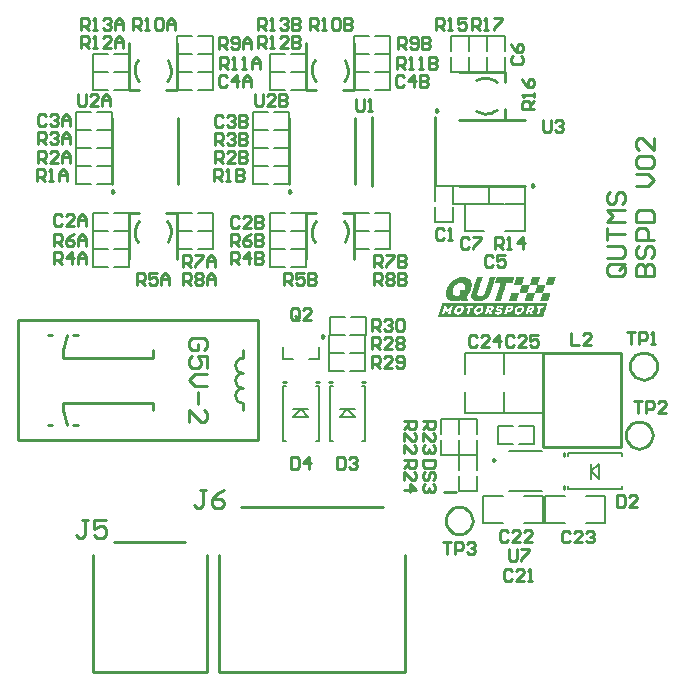
<source format=gto>
G04*
G04 #@! TF.GenerationSoftware,Altium Limited,Altium Designer,21.6.4 (81)*
G04*
G04 Layer_Color=65535*
%FSLAX25Y25*%
%MOIN*%
G70*
G04*
G04 #@! TF.SameCoordinates,D17FD3BD-2CFD-4191-9111-5C193D633D97*
G04*
G04*
G04 #@! TF.FilePolarity,Positive*
G04*
G01*
G75*
%ADD10C,0.01000*%
%ADD11C,0.00984*%
%ADD12C,0.00800*%
%ADD13C,0.00787*%
G36*
X421711Y347474D02*
Y347431D01*
X421668D01*
Y347387D01*
Y347344D01*
Y347300D01*
X421624D01*
Y347257D01*
Y347213D01*
X421581D01*
Y347169D01*
Y347126D01*
Y347082D01*
X421537D01*
Y347039D01*
Y346995D01*
X421581D01*
Y346952D01*
X421494D01*
Y346908D01*
Y346865D01*
Y346821D01*
Y346778D01*
Y346734D01*
X421450D01*
Y346691D01*
Y346647D01*
Y346604D01*
Y346560D01*
X421407D01*
Y346516D01*
Y346473D01*
X421363D01*
Y346429D01*
Y346386D01*
Y346342D01*
X421319D01*
Y346299D01*
Y346255D01*
Y346212D01*
X421276D01*
Y346168D01*
Y346125D01*
Y346081D01*
X421232D01*
Y346038D01*
Y345994D01*
Y345951D01*
X421189D01*
Y345907D01*
Y345864D01*
X421145D01*
Y345820D01*
Y345777D01*
X421189D01*
Y345733D01*
X421102D01*
Y345689D01*
Y345646D01*
Y345602D01*
Y345559D01*
Y345515D01*
X421058D01*
Y345472D01*
Y345428D01*
Y345385D01*
X421015D01*
Y345341D01*
Y345298D01*
Y345254D01*
X420971D01*
Y345211D01*
Y345167D01*
Y345124D01*
X420928D01*
Y345080D01*
Y345037D01*
Y344993D01*
X420884D01*
Y344949D01*
Y344906D01*
Y344862D01*
X418229D01*
Y344906D01*
Y344949D01*
X418272D01*
Y344993D01*
Y345037D01*
X418316D01*
Y345080D01*
Y345124D01*
Y345167D01*
Y345211D01*
X418359D01*
Y345254D01*
Y345298D01*
Y345341D01*
X418403D01*
Y345385D01*
Y345428D01*
X418446D01*
Y345472D01*
Y345515D01*
Y345559D01*
X418490D01*
Y345602D01*
Y345646D01*
Y345689D01*
X418533D01*
Y345733D01*
Y345777D01*
Y345820D01*
X418577D01*
Y345864D01*
Y345907D01*
X418620D01*
Y345951D01*
Y345994D01*
Y346038D01*
Y346081D01*
Y346125D01*
Y346168D01*
X418708D01*
Y346212D01*
Y346255D01*
Y346299D01*
Y346342D01*
Y346386D01*
X418751D01*
Y346429D01*
Y346473D01*
Y346516D01*
X418795D01*
Y346560D01*
Y346604D01*
Y346647D01*
X418838D01*
Y346691D01*
Y346734D01*
Y346778D01*
X418882D01*
Y346821D01*
Y346865D01*
Y346908D01*
X418925D01*
Y346952D01*
Y346995D01*
Y347039D01*
X418969D01*
Y347082D01*
Y347126D01*
Y347169D01*
X419012D01*
Y347213D01*
Y347257D01*
Y347300D01*
Y347344D01*
Y347387D01*
X419056D01*
Y347431D01*
Y347474D01*
Y347518D01*
X421711D01*
Y347474D01*
D02*
G37*
G36*
X411177D02*
Y347431D01*
Y347387D01*
X411133D01*
Y347344D01*
Y347300D01*
X411090D01*
Y347257D01*
Y347213D01*
Y347169D01*
X411046D01*
Y347126D01*
Y347082D01*
Y347039D01*
X411002D01*
Y346995D01*
Y346952D01*
Y346908D01*
Y346865D01*
X410959D01*
Y346821D01*
Y346778D01*
X410915D01*
Y346734D01*
Y346691D01*
Y346647D01*
X410872D01*
Y346604D01*
Y346560D01*
Y346516D01*
X410828D01*
Y346473D01*
Y346429D01*
Y346386D01*
X410785D01*
Y346342D01*
Y346299D01*
Y346255D01*
Y346212D01*
Y346168D01*
X410741D01*
Y346125D01*
Y346081D01*
Y346038D01*
X410698D01*
Y345994D01*
Y345951D01*
X410654D01*
Y345907D01*
Y345864D01*
Y345820D01*
X410611D01*
Y345777D01*
Y345733D01*
Y345689D01*
X410567D01*
Y345646D01*
Y345602D01*
Y345559D01*
X410524D01*
Y345515D01*
Y345472D01*
X410480D01*
Y345428D01*
Y345385D01*
Y345341D01*
Y345298D01*
X410436D01*
Y345254D01*
Y345211D01*
Y345167D01*
X410393D01*
Y345124D01*
Y345080D01*
X410349D01*
Y345037D01*
Y344993D01*
Y344949D01*
Y344906D01*
Y344862D01*
X407694D01*
Y344906D01*
X407738D01*
Y344949D01*
Y344993D01*
X407781D01*
Y345037D01*
Y345080D01*
Y345124D01*
X407825D01*
Y345167D01*
Y345211D01*
X407781D01*
Y345254D01*
X407868D01*
Y345298D01*
Y345341D01*
Y345385D01*
Y345428D01*
Y345472D01*
X407912D01*
Y345515D01*
Y345559D01*
Y345602D01*
Y345646D01*
X407955D01*
Y345689D01*
Y345733D01*
Y345777D01*
X407999D01*
Y345820D01*
Y345864D01*
X408042D01*
Y345907D01*
Y345951D01*
Y345994D01*
X408086D01*
Y346038D01*
Y346081D01*
Y346125D01*
X408129D01*
Y346168D01*
Y346212D01*
X408173D01*
Y346255D01*
Y346299D01*
Y346342D01*
X408216D01*
Y346386D01*
Y346429D01*
Y346473D01*
X408260D01*
Y346516D01*
Y346560D01*
Y346604D01*
X408303D01*
Y346647D01*
Y346691D01*
Y346734D01*
Y346778D01*
Y346821D01*
X408391D01*
Y346865D01*
Y346908D01*
X408347D01*
Y346952D01*
X408391D01*
Y346995D01*
Y347039D01*
Y347082D01*
Y347126D01*
X408434D01*
Y347169D01*
Y347213D01*
X408478D01*
Y347257D01*
Y347300D01*
Y347344D01*
X408521D01*
Y347387D01*
Y347431D01*
Y347474D01*
X408565D01*
Y347518D01*
X411177D01*
Y347474D01*
D02*
G37*
G36*
X401687D02*
X401643D01*
Y347431D01*
Y347387D01*
Y347344D01*
X401600D01*
Y347300D01*
Y347257D01*
X401556D01*
Y347213D01*
Y347169D01*
Y347126D01*
X401512D01*
Y347082D01*
Y347039D01*
Y346995D01*
X401469D01*
Y346952D01*
Y346908D01*
Y346865D01*
X401425D01*
Y346821D01*
Y346778D01*
X401382D01*
Y346734D01*
Y346691D01*
Y346647D01*
Y346604D01*
Y346560D01*
Y346516D01*
X401295D01*
Y346473D01*
Y346429D01*
Y346386D01*
Y346342D01*
Y346299D01*
X401251D01*
Y346255D01*
Y346212D01*
Y346168D01*
X401208D01*
Y346125D01*
Y346081D01*
Y346038D01*
X401164D01*
Y345994D01*
Y345951D01*
Y345907D01*
X401121D01*
Y345864D01*
Y345820D01*
Y345777D01*
X401077D01*
Y345733D01*
Y345689D01*
Y345646D01*
X401034D01*
Y345602D01*
Y345559D01*
Y345515D01*
X400990D01*
Y345472D01*
Y345428D01*
X400947D01*
Y345385D01*
Y345341D01*
Y345298D01*
X400903D01*
Y345254D01*
Y345211D01*
Y345167D01*
X400859D01*
Y345124D01*
Y345080D01*
Y345037D01*
Y344993D01*
Y344949D01*
X400816D01*
Y344906D01*
Y344862D01*
Y344819D01*
X400772D01*
Y344775D01*
Y344732D01*
Y344688D01*
X400729D01*
Y344645D01*
Y344601D01*
X400685D01*
Y344558D01*
Y344514D01*
Y344471D01*
X400642D01*
Y344427D01*
Y344384D01*
Y344340D01*
Y344296D01*
X400598D01*
Y344253D01*
Y344209D01*
Y344166D01*
X400555D01*
Y344122D01*
Y344079D01*
X400511D01*
Y344035D01*
Y343992D01*
X400555D01*
Y343948D01*
X400468D01*
Y343905D01*
Y343861D01*
Y343817D01*
Y343774D01*
Y343730D01*
X400424D01*
Y343687D01*
Y343643D01*
Y343600D01*
X400381D01*
Y343556D01*
Y343513D01*
Y343469D01*
X400337D01*
Y343426D01*
Y343382D01*
Y343339D01*
X400294D01*
Y343295D01*
Y343252D01*
X400250D01*
Y343208D01*
Y343165D01*
Y343121D01*
X400207D01*
Y343077D01*
Y343034D01*
Y342990D01*
X400163D01*
Y342947D01*
Y342903D01*
X400119D01*
Y342860D01*
Y342816D01*
Y342773D01*
Y342729D01*
X400076D01*
Y342686D01*
Y342642D01*
X400119D01*
Y342599D01*
X400032D01*
Y342555D01*
Y342512D01*
Y342468D01*
Y342425D01*
Y342381D01*
X399989D01*
Y342337D01*
Y342294D01*
Y342250D01*
X399945D01*
Y342207D01*
Y342163D01*
Y342120D01*
X399902D01*
Y342076D01*
Y342033D01*
Y341989D01*
X399858D01*
Y341946D01*
X399815D01*
Y341902D01*
Y341859D01*
X399771D01*
Y341815D01*
Y341772D01*
X399728D01*
Y341728D01*
Y341685D01*
X399684D01*
Y341641D01*
Y341597D01*
X399641D01*
Y341554D01*
X399597D01*
Y341510D01*
Y341467D01*
Y341423D01*
X399553D01*
Y341380D01*
Y341336D01*
X399510D01*
Y341293D01*
X399466D01*
Y341249D01*
X399423D01*
Y341206D01*
Y341162D01*
X399336D01*
Y341119D01*
Y341075D01*
X399292D01*
Y341032D01*
Y340988D01*
X399205D01*
Y340945D01*
Y340901D01*
X399162D01*
Y340857D01*
X399075D01*
Y340814D01*
Y340770D01*
X399031D01*
Y340727D01*
X398944D01*
Y340683D01*
Y340640D01*
X398857D01*
Y340596D01*
Y340553D01*
X398770D01*
Y340509D01*
Y340466D01*
X398683D01*
Y340422D01*
X398639D01*
Y340378D01*
X398596D01*
Y340335D01*
X398465D01*
Y340292D01*
X398422D01*
Y340248D01*
X398378D01*
Y340204D01*
X398291D01*
Y340161D01*
X398248D01*
Y340117D01*
X398161D01*
Y340074D01*
X398074D01*
Y340030D01*
X398030D01*
Y339987D01*
X397943D01*
Y339943D01*
X397856D01*
Y339900D01*
X397682D01*
Y339856D01*
X397638D01*
Y339813D01*
X397508D01*
Y339769D01*
X397377D01*
Y339726D01*
X397246D01*
Y339682D01*
X397116D01*
Y339638D01*
X397029D01*
Y339595D01*
X396811D01*
Y339551D01*
X396593D01*
Y339508D01*
X395287D01*
Y339551D01*
X395113D01*
Y339595D01*
X394983D01*
Y339638D01*
X394852D01*
Y339682D01*
X394722D01*
Y339726D01*
X394635D01*
Y339769D01*
X394547D01*
Y339813D01*
X394460D01*
Y339856D01*
X394417D01*
Y339900D01*
X394286D01*
Y339943D01*
X394243D01*
Y339987D01*
X394199D01*
Y340030D01*
X394112D01*
Y340074D01*
X394069D01*
Y340117D01*
X394025D01*
Y340161D01*
Y340204D01*
X393982D01*
Y340248D01*
X393938D01*
Y340292D01*
Y340335D01*
X393851D01*
Y340378D01*
X393807D01*
Y340422D01*
Y340466D01*
X393764D01*
Y340509D01*
X393807D01*
Y340553D01*
X393720D01*
Y340596D01*
Y340640D01*
Y340683D01*
Y340727D01*
X393677D01*
Y340770D01*
Y340814D01*
X393633D01*
Y340857D01*
Y340901D01*
Y340945D01*
X393590D01*
Y340988D01*
Y341032D01*
Y341075D01*
Y341119D01*
Y341162D01*
X393546D01*
Y341206D01*
Y341249D01*
Y341293D01*
Y341336D01*
Y341380D01*
Y341423D01*
Y341467D01*
Y341510D01*
Y341554D01*
Y341597D01*
X393590D01*
Y341641D01*
Y341685D01*
Y341728D01*
Y341772D01*
Y341815D01*
Y341859D01*
X393633D01*
Y341902D01*
Y341946D01*
Y341989D01*
Y342033D01*
X393677D01*
Y342076D01*
Y342120D01*
Y342163D01*
X393720D01*
Y342207D01*
Y342250D01*
Y342294D01*
Y342337D01*
Y342381D01*
Y342425D01*
X393764D01*
Y342468D01*
X393807D01*
Y342512D01*
X393764D01*
Y342555D01*
X393807D01*
Y342599D01*
Y342642D01*
Y342686D01*
X393851D01*
Y342729D01*
Y342773D01*
Y342816D01*
X393894D01*
Y342860D01*
Y342903D01*
X393938D01*
Y342947D01*
Y342990D01*
Y343034D01*
X393982D01*
Y343077D01*
Y343121D01*
Y343165D01*
X394025D01*
Y343208D01*
Y343252D01*
Y343295D01*
X394069D01*
Y343339D01*
X394025D01*
Y343382D01*
X394112D01*
Y343426D01*
Y343469D01*
Y343513D01*
Y343556D01*
Y343600D01*
Y343643D01*
X394156D01*
Y343687D01*
Y343730D01*
X394199D01*
Y343774D01*
Y343817D01*
Y343861D01*
Y343905D01*
X394243D01*
Y343948D01*
Y343992D01*
Y344035D01*
X394286D01*
Y344079D01*
Y344122D01*
X394330D01*
Y344166D01*
Y344209D01*
Y344253D01*
X394373D01*
Y344296D01*
Y344340D01*
Y344384D01*
X394417D01*
Y344427D01*
Y344471D01*
Y344514D01*
X394460D01*
Y344558D01*
Y344601D01*
X394504D01*
Y344645D01*
Y344688D01*
Y344732D01*
X394547D01*
Y344775D01*
Y344819D01*
Y344862D01*
Y344906D01*
Y344949D01*
Y344993D01*
X394635D01*
Y345037D01*
X394591D01*
Y345080D01*
X394635D01*
Y345124D01*
Y345167D01*
Y345211D01*
X394678D01*
Y345254D01*
Y345298D01*
Y345341D01*
X394722D01*
Y345385D01*
Y345428D01*
Y345472D01*
X394765D01*
Y345515D01*
Y345559D01*
Y345602D01*
X394809D01*
Y345646D01*
Y345689D01*
Y345733D01*
X394852D01*
Y345777D01*
Y345820D01*
X394896D01*
Y345864D01*
Y345907D01*
Y345951D01*
X394939D01*
Y345994D01*
Y346038D01*
Y346081D01*
X394983D01*
Y346125D01*
Y346168D01*
Y346212D01*
X395026D01*
Y346255D01*
Y346299D01*
X394983D01*
Y346342D01*
X395070D01*
Y346386D01*
Y346429D01*
Y346473D01*
Y346516D01*
Y346560D01*
X395113D01*
Y346604D01*
Y346647D01*
X395157D01*
Y346691D01*
Y346734D01*
Y346778D01*
X395200D01*
Y346821D01*
Y346865D01*
Y346908D01*
X395244D01*
Y346952D01*
Y346995D01*
Y347039D01*
Y347082D01*
X395287D01*
Y347126D01*
Y347169D01*
X395331D01*
Y347213D01*
Y347257D01*
Y347300D01*
X395374D01*
Y347344D01*
Y347387D01*
Y347431D01*
Y347474D01*
Y347518D01*
X397333D01*
Y347474D01*
Y347431D01*
X397290D01*
Y347387D01*
Y347344D01*
Y347300D01*
X397246D01*
Y347257D01*
Y347213D01*
X397203D01*
Y347169D01*
Y347126D01*
Y347082D01*
X397159D01*
Y347039D01*
Y346995D01*
Y346952D01*
X397116D01*
Y346908D01*
Y346865D01*
Y346821D01*
X397072D01*
Y346778D01*
X397116D01*
Y346734D01*
X397029D01*
Y346691D01*
Y346647D01*
Y346604D01*
Y346560D01*
Y346516D01*
Y346473D01*
X396985D01*
Y346429D01*
Y346386D01*
X396942D01*
Y346342D01*
Y346299D01*
Y346255D01*
X396898D01*
Y346212D01*
Y346168D01*
Y346125D01*
Y346081D01*
X396855D01*
Y346038D01*
Y345994D01*
Y345951D01*
X396811D01*
Y345907D01*
Y345864D01*
X396767D01*
Y345820D01*
Y345777D01*
Y345733D01*
X396724D01*
Y345689D01*
Y345646D01*
X396680D01*
Y345602D01*
Y345559D01*
Y345515D01*
X396637D01*
Y345472D01*
Y345428D01*
X396680D01*
Y345385D01*
X396593D01*
Y345341D01*
Y345298D01*
Y345254D01*
Y345211D01*
Y345167D01*
Y345124D01*
X396550D01*
Y345080D01*
Y345037D01*
X396506D01*
Y344993D01*
Y344949D01*
Y344906D01*
X396463D01*
Y344862D01*
Y344819D01*
Y344775D01*
X396419D01*
Y344732D01*
Y344688D01*
X396376D01*
Y344645D01*
Y344601D01*
Y344558D01*
Y344514D01*
X396332D01*
Y344471D01*
Y344427D01*
Y344384D01*
X396289D01*
Y344340D01*
Y344296D01*
Y344253D01*
X396245D01*
Y344209D01*
X396289D01*
Y344166D01*
X396202D01*
Y344122D01*
Y344079D01*
Y344035D01*
X396158D01*
Y343992D01*
Y343948D01*
Y343905D01*
Y343861D01*
Y343817D01*
Y343774D01*
X396071D01*
Y343730D01*
X396114D01*
Y343687D01*
X396071D01*
Y343643D01*
Y343600D01*
Y343556D01*
X396027D01*
Y343513D01*
Y343469D01*
Y343426D01*
X395984D01*
Y343382D01*
Y343339D01*
X395940D01*
Y343295D01*
Y343252D01*
Y343208D01*
X395897D01*
Y343165D01*
Y343121D01*
Y343077D01*
X395853D01*
Y343034D01*
Y342990D01*
Y342947D01*
X395810D01*
Y342903D01*
Y342860D01*
Y342816D01*
X395766D01*
Y342773D01*
Y342729D01*
Y342686D01*
Y342642D01*
Y342599D01*
Y342555D01*
X395723D01*
Y342512D01*
Y342468D01*
X395679D01*
Y342425D01*
Y342381D01*
Y342337D01*
X395636D01*
Y342294D01*
Y342250D01*
Y342207D01*
X395592D01*
Y342163D01*
Y342120D01*
Y342076D01*
Y342033D01*
Y341989D01*
Y341946D01*
Y341902D01*
Y341859D01*
Y341815D01*
Y341772D01*
X395636D01*
Y341728D01*
Y341685D01*
X395679D01*
Y341641D01*
Y341597D01*
X395723D01*
Y341554D01*
X395766D01*
Y341510D01*
X395810D01*
Y341467D01*
X395897D01*
Y341423D01*
X395984D01*
Y341380D01*
X396114D01*
Y341336D01*
X396289D01*
Y341293D01*
X396767D01*
Y341336D01*
X396985D01*
Y341380D01*
X397072D01*
Y341423D01*
X397203D01*
Y341467D01*
X397333D01*
Y341510D01*
X397377D01*
Y341554D01*
X397508D01*
Y341597D01*
X397551D01*
Y341641D01*
X397595D01*
Y341685D01*
X397682D01*
Y341728D01*
X397725D01*
Y341772D01*
X397769D01*
Y341815D01*
X397812D01*
Y341859D01*
Y341902D01*
X397856D01*
Y341946D01*
X397943D01*
Y341989D01*
Y342033D01*
X397986D01*
Y342076D01*
Y342120D01*
Y342163D01*
Y342207D01*
Y342250D01*
X398074D01*
Y342294D01*
Y342337D01*
X398030D01*
Y342381D01*
X398074D01*
Y342425D01*
Y342468D01*
X398117D01*
Y342512D01*
Y342555D01*
Y342599D01*
X398161D01*
Y342642D01*
Y342686D01*
Y342729D01*
X398204D01*
Y342773D01*
Y342816D01*
X398248D01*
Y342860D01*
Y342903D01*
Y342947D01*
X398291D01*
Y342990D01*
Y343034D01*
Y343077D01*
X398335D01*
Y343121D01*
Y343165D01*
Y343208D01*
X398378D01*
Y343252D01*
Y343295D01*
X398422D01*
Y343339D01*
Y343382D01*
Y343426D01*
X398465D01*
Y343469D01*
Y343513D01*
X398422D01*
Y343556D01*
X398509D01*
Y343600D01*
Y343643D01*
Y343687D01*
Y343730D01*
Y343774D01*
Y343817D01*
X398552D01*
Y343861D01*
Y343905D01*
Y343948D01*
X398596D01*
Y343992D01*
Y344035D01*
X398639D01*
Y344079D01*
Y344122D01*
Y344166D01*
X398683D01*
Y344209D01*
Y344253D01*
Y344296D01*
X398726D01*
Y344340D01*
Y344384D01*
Y344427D01*
X398770D01*
Y344471D01*
Y344514D01*
Y344558D01*
X398814D01*
Y344601D01*
Y344645D01*
Y344688D01*
Y344732D01*
Y344775D01*
X398901D01*
Y344819D01*
Y344862D01*
X398857D01*
Y344906D01*
X398901D01*
Y344949D01*
Y344993D01*
X398944D01*
Y345037D01*
Y345080D01*
Y345124D01*
X398988D01*
Y345167D01*
Y345211D01*
Y345254D01*
Y345298D01*
X399031D01*
Y345341D01*
Y345385D01*
X399075D01*
Y345428D01*
Y345472D01*
Y345515D01*
X399118D01*
Y345559D01*
Y345602D01*
Y345646D01*
X399162D01*
Y345689D01*
Y345733D01*
Y345777D01*
X399205D01*
Y345820D01*
Y345864D01*
X399249D01*
Y345907D01*
Y345951D01*
Y345994D01*
X399292D01*
Y346038D01*
Y346081D01*
X399249D01*
Y346125D01*
X399336D01*
Y346168D01*
Y346212D01*
Y346255D01*
Y346299D01*
Y346342D01*
X399379D01*
Y346386D01*
Y346429D01*
Y346473D01*
X399423D01*
Y346516D01*
Y346560D01*
Y346604D01*
X399466D01*
Y346647D01*
Y346691D01*
Y346734D01*
X399510D01*
Y346778D01*
Y346821D01*
Y346865D01*
X399553D01*
Y346908D01*
Y346952D01*
Y346995D01*
X399597D01*
Y347039D01*
Y347082D01*
Y347126D01*
X399641D01*
Y347169D01*
Y347213D01*
Y347257D01*
X399684D01*
Y347300D01*
X399641D01*
Y347344D01*
X399728D01*
Y347387D01*
Y347431D01*
X399684D01*
Y347474D01*
X399771D01*
Y347518D01*
X401687D01*
Y347474D01*
D02*
G37*
G36*
X416444D02*
X416400D01*
Y347431D01*
Y347387D01*
Y347344D01*
Y347300D01*
Y347257D01*
X416357D01*
Y347213D01*
Y347169D01*
Y347126D01*
X416313D01*
Y347082D01*
Y347039D01*
Y346995D01*
X416270D01*
Y346952D01*
Y346908D01*
Y346865D01*
X416226D01*
Y346821D01*
Y346778D01*
Y346734D01*
X416183D01*
Y346691D01*
Y346647D01*
Y346604D01*
X416139D01*
Y346560D01*
Y346516D01*
Y346473D01*
X416096D01*
Y346429D01*
Y346386D01*
X416052D01*
Y346342D01*
Y346299D01*
Y346255D01*
X416009D01*
Y346212D01*
Y346168D01*
Y346125D01*
X415965D01*
Y346081D01*
Y346038D01*
Y345994D01*
Y345951D01*
Y345907D01*
X415878D01*
Y345864D01*
Y345820D01*
X415921D01*
Y345777D01*
X415878D01*
Y345733D01*
Y345689D01*
Y345646D01*
X415835D01*
Y345602D01*
Y345559D01*
Y345515D01*
X415791D01*
Y345472D01*
Y345428D01*
X415747D01*
Y345385D01*
Y345341D01*
Y345298D01*
X415704D01*
Y345254D01*
Y345211D01*
Y345167D01*
Y345124D01*
X415660D01*
Y345080D01*
Y345037D01*
X415617D01*
Y344993D01*
Y344949D01*
Y344906D01*
Y344862D01*
X418229D01*
Y344819D01*
X418185D01*
Y344775D01*
Y344732D01*
Y344688D01*
X418142D01*
Y344645D01*
Y344601D01*
X418098D01*
Y344558D01*
Y344514D01*
X418142D01*
Y344471D01*
X418055D01*
Y344427D01*
Y344384D01*
Y344340D01*
Y344296D01*
Y344253D01*
X418011D01*
Y344209D01*
Y344166D01*
Y344122D01*
X417968D01*
Y344079D01*
Y344035D01*
Y343992D01*
X417924D01*
Y343948D01*
Y343905D01*
Y343861D01*
X417880D01*
Y343817D01*
Y343774D01*
X417837D01*
Y343730D01*
Y343687D01*
Y343643D01*
X417793D01*
Y343600D01*
Y343556D01*
Y343513D01*
Y343469D01*
X417750D01*
Y343426D01*
Y343382D01*
Y343339D01*
X417706D01*
Y343295D01*
X417750D01*
Y343252D01*
X417663D01*
Y343208D01*
Y343165D01*
Y343121D01*
Y343077D01*
Y343034D01*
X417619D01*
Y342990D01*
Y342947D01*
Y342903D01*
X417576D01*
Y342860D01*
Y342816D01*
Y342773D01*
X417532D01*
Y342729D01*
Y342686D01*
Y342642D01*
X417489D01*
Y342599D01*
Y342555D01*
Y342512D01*
X417445D01*
Y342468D01*
Y342425D01*
X417402D01*
Y342381D01*
Y342337D01*
Y342294D01*
Y342250D01*
X420014D01*
Y342207D01*
X419970D01*
Y342163D01*
Y342120D01*
Y342076D01*
X419927D01*
Y342033D01*
Y341989D01*
X419883D01*
Y341946D01*
Y341902D01*
Y341859D01*
X419927D01*
Y341815D01*
X419839D01*
Y341772D01*
Y341728D01*
Y341685D01*
Y341641D01*
Y341597D01*
X419796D01*
Y341554D01*
X419752D01*
Y341510D01*
X419796D01*
Y341467D01*
X419752D01*
Y341423D01*
Y341380D01*
Y341336D01*
X419709D01*
Y341293D01*
Y341249D01*
X419665D01*
Y341206D01*
Y341162D01*
Y341119D01*
X419622D01*
Y341075D01*
Y341032D01*
Y340988D01*
X419578D01*
Y340945D01*
Y340901D01*
Y340857D01*
X419535D01*
Y340814D01*
Y340770D01*
Y340727D01*
X419491D01*
Y340683D01*
Y340640D01*
X419448D01*
Y340596D01*
Y340553D01*
Y340509D01*
X419404D01*
Y340466D01*
Y340422D01*
Y340378D01*
Y340335D01*
Y340292D01*
Y340248D01*
X419317D01*
Y340204D01*
Y340161D01*
X419361D01*
Y340117D01*
X419317D01*
Y340074D01*
Y340030D01*
Y339987D01*
X419274D01*
Y339943D01*
Y339900D01*
X419230D01*
Y339856D01*
Y339813D01*
Y339769D01*
X419186D01*
Y339726D01*
Y339682D01*
Y339638D01*
X419143D01*
Y339595D01*
X416531D01*
Y339638D01*
Y339682D01*
Y339726D01*
X416574D01*
Y339769D01*
Y339813D01*
X416618D01*
Y339856D01*
Y339900D01*
Y339943D01*
X416662D01*
Y339987D01*
Y340030D01*
Y340074D01*
X416705D01*
Y340117D01*
Y340161D01*
Y340204D01*
X416749D01*
Y340248D01*
Y340292D01*
X416792D01*
Y340335D01*
Y340378D01*
Y340422D01*
Y340466D01*
X416836D01*
Y340509D01*
Y340553D01*
Y340596D01*
X416879D01*
Y340640D01*
X416836D01*
Y340683D01*
X416923D01*
Y340727D01*
Y340770D01*
X416879D01*
Y340814D01*
X416923D01*
Y340857D01*
Y340901D01*
Y340945D01*
X416966D01*
Y340988D01*
Y341032D01*
X417010D01*
Y341075D01*
Y341119D01*
Y341162D01*
X417053D01*
Y341206D01*
Y341249D01*
Y341293D01*
X417097D01*
Y341336D01*
Y341380D01*
Y341423D01*
X417140D01*
Y341467D01*
Y341510D01*
Y341554D01*
X417184D01*
Y341597D01*
Y341641D01*
X417228D01*
Y341685D01*
Y341728D01*
Y341772D01*
X417271D01*
Y341815D01*
Y341859D01*
Y341902D01*
X417315D01*
Y341946D01*
Y341989D01*
X417271D01*
Y342033D01*
X417358D01*
Y342076D01*
Y342120D01*
Y342163D01*
Y342207D01*
Y342250D01*
X414790D01*
Y342207D01*
Y342163D01*
X414746D01*
Y342120D01*
Y342076D01*
X414703D01*
Y342033D01*
Y341989D01*
Y341946D01*
X414659D01*
Y341902D01*
Y341859D01*
X414703D01*
Y341815D01*
X414616D01*
Y341772D01*
Y341728D01*
Y341685D01*
Y341641D01*
Y341597D01*
X414572D01*
Y341554D01*
Y341510D01*
Y341467D01*
X414529D01*
Y341423D01*
Y341380D01*
Y341336D01*
X414485D01*
Y341293D01*
Y341249D01*
X414441D01*
Y341206D01*
Y341162D01*
Y341119D01*
X414398D01*
Y341075D01*
Y341032D01*
Y340988D01*
X414354D01*
Y340945D01*
Y340901D01*
Y340857D01*
X414311D01*
Y340814D01*
Y340770D01*
Y340727D01*
X414267D01*
Y340683D01*
Y340640D01*
X414311D01*
Y340596D01*
X414224D01*
Y340553D01*
Y340509D01*
Y340466D01*
Y340422D01*
Y340378D01*
Y340335D01*
X414180D01*
Y340292D01*
Y340248D01*
X414137D01*
Y340204D01*
Y340161D01*
Y340117D01*
X414093D01*
Y340074D01*
Y340030D01*
Y339987D01*
X414050D01*
Y339943D01*
Y339900D01*
X414006D01*
Y339856D01*
Y339813D01*
Y339769D01*
X413963D01*
Y339726D01*
Y339682D01*
Y339638D01*
X413919D01*
Y339595D01*
X411307D01*
Y339638D01*
Y339682D01*
Y339726D01*
X411351D01*
Y339769D01*
Y339813D01*
X411394D01*
Y339856D01*
Y339900D01*
Y339943D01*
X411438D01*
Y339987D01*
Y340030D01*
Y340074D01*
X411481D01*
Y340117D01*
Y340161D01*
Y340204D01*
X411525D01*
Y340248D01*
Y340292D01*
X411568D01*
Y340335D01*
Y340378D01*
Y340422D01*
X411612D01*
Y340466D01*
Y340509D01*
Y340553D01*
X411655D01*
Y340596D01*
Y340640D01*
X411699D01*
Y340683D01*
Y340727D01*
Y340770D01*
Y340814D01*
X411742D01*
Y340857D01*
Y340901D01*
Y340945D01*
Y340988D01*
Y341032D01*
X411786D01*
Y341075D01*
X411830D01*
Y341119D01*
X411786D01*
Y341162D01*
X411830D01*
Y341206D01*
Y341249D01*
Y341293D01*
X411873D01*
Y341336D01*
Y341380D01*
Y341423D01*
X411917D01*
Y341467D01*
Y341510D01*
Y341554D01*
X411960D01*
Y341597D01*
Y341641D01*
X412004D01*
Y341685D01*
Y341728D01*
Y341772D01*
X412047D01*
Y341815D01*
Y341859D01*
Y341902D01*
X412091D01*
Y341946D01*
Y341989D01*
X412134D01*
Y342033D01*
Y342076D01*
Y342120D01*
X412178D01*
Y342163D01*
Y342207D01*
Y342250D01*
X409566D01*
Y342294D01*
Y342337D01*
X409609D01*
Y342381D01*
Y342425D01*
X409566D01*
Y342468D01*
X409653D01*
Y342512D01*
Y342555D01*
Y342599D01*
Y342642D01*
Y342686D01*
Y342729D01*
X409696D01*
Y342773D01*
Y342816D01*
X409740D01*
Y342860D01*
Y342903D01*
Y342947D01*
X409784D01*
Y342990D01*
Y343034D01*
Y343077D01*
X409827D01*
Y343121D01*
Y343165D01*
Y343208D01*
X409871D01*
Y343252D01*
Y343295D01*
X409914D01*
Y343339D01*
Y343382D01*
Y343426D01*
X409958D01*
Y343469D01*
Y343513D01*
Y343556D01*
X410001D01*
Y343600D01*
X409958D01*
Y343643D01*
X410001D01*
Y343687D01*
X410045D01*
Y343730D01*
Y343774D01*
Y343817D01*
Y343861D01*
Y343905D01*
X410088D01*
Y343948D01*
Y343992D01*
Y344035D01*
X410132D01*
Y344079D01*
Y344122D01*
Y344166D01*
X410175D01*
Y344209D01*
Y344253D01*
Y344296D01*
X410219D01*
Y344340D01*
Y344384D01*
Y344427D01*
X410262D01*
Y344471D01*
Y344514D01*
Y344558D01*
X410306D01*
Y344601D01*
Y344645D01*
X410349D01*
Y344688D01*
Y344732D01*
Y344775D01*
X410393D01*
Y344819D01*
Y344862D01*
X413005D01*
Y344906D01*
Y344949D01*
Y344993D01*
X413048D01*
Y345037D01*
X413005D01*
Y345080D01*
X413092D01*
Y345124D01*
Y345167D01*
Y345211D01*
Y345254D01*
Y345298D01*
Y345341D01*
Y345385D01*
X413135D01*
Y345428D01*
Y345472D01*
X413179D01*
Y345515D01*
Y345559D01*
Y345602D01*
X413223D01*
Y345646D01*
Y345689D01*
Y345733D01*
X413266D01*
Y345777D01*
Y345820D01*
X413310D01*
Y345864D01*
Y345907D01*
Y345951D01*
X413353D01*
Y345994D01*
Y346038D01*
Y346081D01*
X413397D01*
Y346125D01*
Y346168D01*
Y346212D01*
X413440D01*
Y346255D01*
X413397D01*
Y346299D01*
Y346342D01*
X413484D01*
Y346386D01*
Y346429D01*
Y346473D01*
Y346516D01*
Y346560D01*
X413527D01*
Y346604D01*
Y346647D01*
X413571D01*
Y346691D01*
Y346734D01*
Y346778D01*
X413614D01*
Y346821D01*
Y346865D01*
Y346908D01*
Y346952D01*
X413658D01*
Y346995D01*
Y347039D01*
Y347082D01*
X413701D01*
Y347126D01*
Y347169D01*
X413745D01*
Y347213D01*
Y347257D01*
Y347300D01*
X413789D01*
Y347344D01*
Y347387D01*
Y347431D01*
X413832D01*
Y347474D01*
Y347518D01*
X416444D01*
Y347474D01*
D02*
G37*
G36*
X409522Y342207D02*
Y342163D01*
Y342120D01*
Y342076D01*
X409479D01*
Y342033D01*
Y341989D01*
X409435D01*
Y341946D01*
Y341902D01*
Y341859D01*
X409392D01*
Y341815D01*
Y341772D01*
Y341728D01*
X409348D01*
Y341685D01*
Y341641D01*
X409305D01*
Y341597D01*
Y341554D01*
Y341510D01*
X409261D01*
Y341467D01*
Y341423D01*
Y341380D01*
X409218D01*
Y341336D01*
Y341293D01*
Y341249D01*
X409174D01*
Y341206D01*
Y341162D01*
X409131D01*
Y341119D01*
Y341075D01*
Y341032D01*
X409087D01*
Y340988D01*
Y340945D01*
Y340901D01*
Y340857D01*
Y340814D01*
Y340770D01*
Y340727D01*
X409000D01*
Y340683D01*
X409044D01*
Y340640D01*
X409000D01*
Y340596D01*
Y340553D01*
Y340509D01*
X408956D01*
Y340466D01*
Y340422D01*
Y340378D01*
X408913D01*
Y340335D01*
Y340292D01*
X408869D01*
Y340248D01*
Y340204D01*
Y340161D01*
X408826D01*
Y340117D01*
Y340074D01*
Y340030D01*
X408782D01*
Y339987D01*
Y339943D01*
Y339900D01*
X408739D01*
Y339856D01*
Y339813D01*
X408695D01*
Y339769D01*
Y339726D01*
Y339682D01*
Y339638D01*
Y339595D01*
X406040D01*
Y339638D01*
X406083D01*
Y339682D01*
Y339726D01*
Y339769D01*
X406127D01*
Y339813D01*
Y339856D01*
X406170D01*
Y339900D01*
Y339943D01*
X406127D01*
Y339987D01*
X406214D01*
Y340030D01*
Y340074D01*
Y340117D01*
Y340161D01*
Y340204D01*
X406257D01*
Y340248D01*
Y340292D01*
Y340335D01*
X406301D01*
Y340378D01*
Y340422D01*
Y340466D01*
X406345D01*
Y340509D01*
Y340553D01*
Y340596D01*
X406388D01*
Y340640D01*
Y340683D01*
X406432D01*
Y340727D01*
Y340770D01*
Y340814D01*
X406475D01*
Y340857D01*
Y340901D01*
Y340945D01*
Y340988D01*
X406519D01*
Y341032D01*
Y341075D01*
Y341119D01*
X406562D01*
Y341162D01*
X406519D01*
Y341206D01*
X406606D01*
Y341249D01*
Y341293D01*
Y341336D01*
Y341380D01*
Y341423D01*
Y341467D01*
X406649D01*
Y341510D01*
Y341554D01*
X406693D01*
Y341597D01*
Y341641D01*
Y341685D01*
X406736D01*
Y341728D01*
Y341772D01*
Y341815D01*
X406780D01*
Y341859D01*
Y341902D01*
Y341946D01*
X406823D01*
Y341989D01*
Y342033D01*
X406867D01*
Y342076D01*
Y342120D01*
Y342163D01*
X406910D01*
Y342207D01*
Y342250D01*
X409522D01*
Y342207D01*
D02*
G37*
G36*
X407868Y347474D02*
X407825D01*
Y347431D01*
Y347387D01*
Y347344D01*
X407781D01*
Y347300D01*
Y347257D01*
X407738D01*
Y347213D01*
Y347169D01*
Y347126D01*
Y347082D01*
Y347039D01*
Y346995D01*
X407694D01*
Y346952D01*
Y346908D01*
Y346865D01*
X407651D01*
Y346821D01*
Y346778D01*
X407607D01*
Y346734D01*
Y346691D01*
Y346647D01*
X407563D01*
Y346604D01*
Y346560D01*
Y346516D01*
X407520D01*
Y346473D01*
Y346429D01*
Y346386D01*
X407476D01*
Y346342D01*
Y346299D01*
X407433D01*
Y346255D01*
Y346212D01*
Y346168D01*
X407389D01*
Y346125D01*
Y346081D01*
Y346038D01*
Y345994D01*
X407346D01*
Y345951D01*
Y345907D01*
Y345864D01*
Y345820D01*
Y345777D01*
X407302D01*
Y345733D01*
Y345689D01*
X405343D01*
Y345646D01*
X405300D01*
Y345602D01*
Y345559D01*
Y345515D01*
X405256D01*
Y345472D01*
Y345428D01*
Y345385D01*
Y345341D01*
Y345298D01*
Y345254D01*
X405169D01*
Y345211D01*
Y345167D01*
X405213D01*
Y345124D01*
X405126D01*
Y345080D01*
Y345037D01*
Y344993D01*
Y344949D01*
Y344906D01*
X405082D01*
Y344862D01*
Y344819D01*
Y344775D01*
X405039D01*
Y344732D01*
Y344688D01*
X404995D01*
Y344645D01*
Y344601D01*
Y344558D01*
X404951D01*
Y344514D01*
Y344471D01*
Y344427D01*
X404908D01*
Y344384D01*
Y344340D01*
Y344296D01*
X404864D01*
Y344253D01*
Y344209D01*
Y344166D01*
X404821D01*
Y344122D01*
Y344079D01*
Y344035D01*
Y343992D01*
Y343948D01*
X404734D01*
Y343905D01*
Y343861D01*
Y343817D01*
Y343774D01*
Y343730D01*
Y343687D01*
X404690D01*
Y343643D01*
Y343600D01*
Y343556D01*
X404647D01*
Y343513D01*
Y343469D01*
Y343426D01*
X404603D01*
Y343382D01*
Y343339D01*
X404560D01*
Y343295D01*
Y343252D01*
Y343208D01*
X404516D01*
Y343165D01*
Y343121D01*
Y343077D01*
X404473D01*
Y343034D01*
Y342990D01*
Y342947D01*
X404429D01*
Y342903D01*
Y342860D01*
X404386D01*
Y342816D01*
Y342773D01*
Y342729D01*
X404342D01*
Y342686D01*
Y342642D01*
X404386D01*
Y342599D01*
X404298D01*
Y342555D01*
Y342512D01*
Y342468D01*
Y342425D01*
Y342381D01*
X404255D01*
Y342337D01*
Y342294D01*
Y342250D01*
X404212D01*
Y342207D01*
Y342163D01*
Y342120D01*
Y342076D01*
X404168D01*
Y342033D01*
Y341989D01*
X404124D01*
Y341946D01*
Y341902D01*
Y341859D01*
X404081D01*
Y341815D01*
Y341772D01*
Y341728D01*
X404037D01*
Y341685D01*
Y341641D01*
X403994D01*
Y341597D01*
Y341554D01*
Y341510D01*
X403950D01*
Y341467D01*
Y341423D01*
X403994D01*
Y341380D01*
X403907D01*
Y341336D01*
Y341293D01*
Y341249D01*
Y341206D01*
Y341162D01*
X403863D01*
Y341119D01*
Y341075D01*
Y341032D01*
X403820D01*
Y340988D01*
Y340945D01*
Y340901D01*
X403776D01*
Y340857D01*
Y340814D01*
Y340770D01*
X403733D01*
Y340727D01*
Y340683D01*
Y340640D01*
X403689D01*
Y340596D01*
Y340553D01*
Y340509D01*
X403646D01*
Y340466D01*
Y340422D01*
Y340378D01*
X403602D01*
Y340335D01*
Y340292D01*
X403558D01*
Y340248D01*
Y340204D01*
Y340161D01*
X403515D01*
Y340117D01*
Y340074D01*
X403558D01*
Y340030D01*
X403471D01*
Y339987D01*
Y339943D01*
Y339900D01*
Y339856D01*
Y339813D01*
X403428D01*
Y339769D01*
Y339726D01*
Y339682D01*
X403384D01*
Y339638D01*
Y339595D01*
X401382D01*
Y339638D01*
X401425D01*
Y339682D01*
Y339726D01*
Y339769D01*
Y339813D01*
Y339856D01*
X401512D01*
Y339900D01*
Y339943D01*
X401469D01*
Y339987D01*
X401512D01*
Y340030D01*
Y340074D01*
Y340117D01*
X401556D01*
Y340161D01*
Y340204D01*
X401600D01*
Y340248D01*
Y340292D01*
Y340335D01*
X401643D01*
Y340378D01*
Y340422D01*
Y340466D01*
X401687D01*
Y340509D01*
Y340553D01*
Y340596D01*
X401730D01*
Y340640D01*
Y340683D01*
X401774D01*
Y340727D01*
Y340770D01*
Y340814D01*
X401817D01*
Y340857D01*
Y340901D01*
Y340945D01*
X401861D01*
Y340988D01*
Y341032D01*
Y341075D01*
X401904D01*
Y341119D01*
X401861D01*
Y341162D01*
X401948D01*
Y341206D01*
Y341249D01*
X401904D01*
Y341293D01*
X401948D01*
Y341336D01*
Y341380D01*
Y341423D01*
Y341467D01*
X401991D01*
Y341510D01*
Y341554D01*
X402035D01*
Y341597D01*
Y341641D01*
Y341685D01*
X402078D01*
Y341728D01*
Y341772D01*
Y341815D01*
X402122D01*
Y341859D01*
Y341902D01*
Y341946D01*
X402166D01*
Y341989D01*
Y342033D01*
X402209D01*
Y342076D01*
Y342120D01*
Y342163D01*
X402252D01*
Y342207D01*
Y342250D01*
Y342294D01*
Y342337D01*
Y342381D01*
X402340D01*
Y342425D01*
Y342468D01*
Y342512D01*
Y342555D01*
Y342599D01*
Y342642D01*
X402383D01*
Y342686D01*
Y342729D01*
Y342773D01*
X402427D01*
Y342816D01*
Y342860D01*
X402470D01*
Y342903D01*
Y342947D01*
Y342990D01*
Y343034D01*
X402514D01*
Y343077D01*
Y343121D01*
Y343165D01*
X402557D01*
Y343208D01*
Y343252D01*
X402601D01*
Y343295D01*
Y343339D01*
Y343382D01*
X402644D01*
Y343426D01*
Y343469D01*
Y343513D01*
X402688D01*
Y343556D01*
Y343600D01*
Y343643D01*
X402731D01*
Y343687D01*
X402688D01*
Y343730D01*
X402775D01*
Y343774D01*
Y343817D01*
Y343861D01*
Y343905D01*
Y343948D01*
Y343992D01*
X402818D01*
Y344035D01*
Y344079D01*
Y344122D01*
X402862D01*
Y344166D01*
Y344209D01*
X402906D01*
Y344253D01*
Y344296D01*
Y344340D01*
X402949D01*
Y344384D01*
Y344427D01*
Y344471D01*
X402993D01*
Y344514D01*
Y344558D01*
X403036D01*
Y344601D01*
Y344645D01*
Y344688D01*
Y344732D01*
X403080D01*
Y344775D01*
Y344819D01*
Y344862D01*
X403123D01*
Y344906D01*
Y344949D01*
X403080D01*
Y344993D01*
X403167D01*
Y345037D01*
Y345080D01*
Y345124D01*
Y345167D01*
Y345211D01*
X403210D01*
Y345254D01*
Y345298D01*
Y345341D01*
X403254D01*
Y345385D01*
Y345428D01*
X403297D01*
Y345472D01*
Y345515D01*
Y345559D01*
X403341D01*
Y345602D01*
Y345646D01*
Y345689D01*
X401425D01*
Y345733D01*
Y345777D01*
Y345820D01*
X401512D01*
Y345864D01*
Y345907D01*
X401469D01*
Y345951D01*
X401512D01*
Y345994D01*
Y346038D01*
Y346081D01*
X401556D01*
Y346125D01*
Y346168D01*
Y346212D01*
X401600D01*
Y346255D01*
Y346299D01*
Y346342D01*
X401643D01*
Y346386D01*
Y346429D01*
X401687D01*
Y346473D01*
Y346516D01*
Y346560D01*
X401730D01*
Y346604D01*
Y346647D01*
Y346691D01*
X401774D01*
Y346734D01*
Y346778D01*
X401817D01*
Y346821D01*
Y346865D01*
Y346908D01*
X401861D01*
Y346952D01*
Y346995D01*
Y347039D01*
X401904D01*
Y347082D01*
Y347126D01*
X401861D01*
Y347169D01*
X401948D01*
Y347213D01*
Y347257D01*
Y347300D01*
Y347344D01*
Y347387D01*
Y347431D01*
X401991D01*
Y347474D01*
Y347518D01*
X407868D01*
Y347474D01*
D02*
G37*
G36*
X391239Y347605D02*
Y347561D01*
X391674D01*
Y347518D01*
X391805D01*
Y347474D01*
X391979D01*
Y347431D01*
X392066D01*
Y347387D01*
X392197D01*
Y347344D01*
X392284D01*
Y347300D01*
X392371D01*
Y347257D01*
X392458D01*
Y347213D01*
X392501D01*
Y347169D01*
X392632D01*
Y347126D01*
X392719D01*
Y347082D01*
Y347039D01*
X392806D01*
Y346995D01*
X392850D01*
Y346952D01*
X392893D01*
Y346908D01*
X392937D01*
Y346865D01*
X392980D01*
Y346821D01*
X393024D01*
Y346778D01*
X393067D01*
Y346734D01*
X393154D01*
Y346691D01*
Y346647D01*
X393241D01*
Y346604D01*
X393198D01*
Y346560D01*
X393241D01*
Y346516D01*
X393328D01*
Y346473D01*
Y346429D01*
Y346386D01*
X393372D01*
Y346342D01*
X393416D01*
Y346299D01*
Y346255D01*
X393459D01*
Y346212D01*
X393503D01*
Y346168D01*
Y346125D01*
Y346081D01*
X393546D01*
Y346038D01*
Y345994D01*
X393590D01*
Y345951D01*
Y345907D01*
Y345864D01*
Y345820D01*
Y345777D01*
X393677D01*
Y345733D01*
X393633D01*
Y345689D01*
Y345646D01*
Y345602D01*
X393677D01*
Y345559D01*
Y345515D01*
Y345472D01*
Y345428D01*
Y345385D01*
Y345341D01*
X393720D01*
Y345298D01*
Y345254D01*
Y345211D01*
Y345167D01*
Y345124D01*
Y345080D01*
Y345037D01*
Y344993D01*
Y344949D01*
Y344906D01*
Y344862D01*
Y344819D01*
Y344775D01*
Y344732D01*
Y344688D01*
Y344645D01*
X393677D01*
Y344601D01*
Y344558D01*
Y344514D01*
Y344471D01*
Y344427D01*
Y344384D01*
Y344340D01*
Y344296D01*
X393633D01*
Y344253D01*
Y344209D01*
Y344166D01*
X393677D01*
Y344122D01*
X393590D01*
Y344079D01*
Y344035D01*
Y343992D01*
Y343948D01*
Y343905D01*
Y343861D01*
Y343817D01*
Y343774D01*
X393546D01*
Y343730D01*
Y343687D01*
Y343643D01*
X393503D01*
Y343600D01*
Y343556D01*
Y343513D01*
X393459D01*
Y343469D01*
Y343426D01*
Y343382D01*
X393416D01*
Y343339D01*
Y343295D01*
X393372D01*
Y343252D01*
Y343208D01*
X393328D01*
Y343165D01*
Y343121D01*
Y343077D01*
X393285D01*
Y343034D01*
Y342990D01*
X393241D01*
Y342947D01*
X393198D01*
Y342903D01*
Y342860D01*
X393241D01*
Y342816D01*
X393154D01*
Y342773D01*
Y342729D01*
Y342686D01*
Y342642D01*
X393111D01*
Y342599D01*
Y342555D01*
X393067D01*
Y342512D01*
X393024D01*
Y342468D01*
X392980D01*
Y342425D01*
Y342381D01*
X392937D01*
Y342337D01*
Y342294D01*
Y342250D01*
X392850D01*
Y342207D01*
Y342163D01*
X392806D01*
Y342120D01*
X392850D01*
Y342076D01*
X392719D01*
Y342033D01*
Y341989D01*
Y341946D01*
X392675D01*
Y341902D01*
Y341859D01*
X392632D01*
Y341815D01*
X392588D01*
Y341772D01*
X392545D01*
Y341728D01*
Y341685D01*
X392501D01*
Y341641D01*
X392458D01*
Y341597D01*
X392371D01*
Y341554D01*
X392414D01*
Y341510D01*
X392371D01*
Y341467D01*
X392327D01*
Y341423D01*
X392284D01*
Y341380D01*
X392240D01*
Y341336D01*
X392197D01*
Y341293D01*
X392153D01*
Y341249D01*
X392110D01*
Y341206D01*
Y341162D01*
Y341119D01*
Y341075D01*
Y341032D01*
X392153D01*
Y340988D01*
Y340945D01*
Y340901D01*
X392197D01*
Y340857D01*
Y340814D01*
Y340770D01*
Y340727D01*
X392240D01*
Y340683D01*
Y340640D01*
Y340596D01*
X392284D01*
Y340553D01*
Y340509D01*
Y340466D01*
X392327D01*
Y340422D01*
Y340378D01*
Y340335D01*
Y340292D01*
Y340248D01*
Y340204D01*
X392371D01*
Y340161D01*
Y340117D01*
Y340074D01*
X392414D01*
Y340030D01*
Y339987D01*
Y339943D01*
Y339900D01*
X392458D01*
Y339856D01*
Y339813D01*
X392414D01*
Y339769D01*
Y339726D01*
Y339682D01*
X392371D01*
Y339638D01*
X392414D01*
Y339595D01*
X390325D01*
Y339638D01*
X390281D01*
Y339682D01*
Y339726D01*
Y339769D01*
Y339813D01*
Y339856D01*
Y339900D01*
X390020D01*
Y339856D01*
X389933D01*
Y339813D01*
X389802D01*
Y339769D01*
X389715D01*
Y339726D01*
X389585D01*
Y339682D01*
X389411D01*
Y339638D01*
X389323D01*
Y339595D01*
X389106D01*
Y339551D01*
X388888D01*
Y339508D01*
X387278D01*
Y339551D01*
X387103D01*
Y339595D01*
X386973D01*
Y339638D01*
X386842D01*
Y339682D01*
X386755D01*
Y339726D01*
X386668D01*
Y339769D01*
X386538D01*
Y339813D01*
X386451D01*
Y339856D01*
X386363D01*
Y339900D01*
X386276D01*
Y339943D01*
X386189D01*
Y339987D01*
X386146D01*
Y340030D01*
X386102D01*
Y340074D01*
X386015D01*
Y340117D01*
Y340161D01*
X385928D01*
Y340204D01*
X385884D01*
Y340248D01*
X385841D01*
Y340292D01*
X385798D01*
Y340335D01*
X385754D01*
Y340378D01*
X385710D01*
Y340422D01*
X385667D01*
Y340466D01*
X385623D01*
Y340509D01*
X385580D01*
Y340553D01*
Y340596D01*
X385536D01*
Y340640D01*
X385493D01*
Y340683D01*
X385536D01*
Y340727D01*
X385493D01*
Y340770D01*
X385449D01*
Y340814D01*
X385406D01*
Y340857D01*
Y340901D01*
X385362D01*
Y340945D01*
Y340988D01*
Y341032D01*
X385319D01*
Y341075D01*
Y341119D01*
X385275D01*
Y341162D01*
Y341206D01*
Y341249D01*
X385232D01*
Y341293D01*
Y341336D01*
Y341380D01*
X385188D01*
Y341423D01*
Y341467D01*
Y341510D01*
Y341554D01*
X385144D01*
Y341597D01*
Y341641D01*
Y341685D01*
Y341728D01*
Y341772D01*
Y341815D01*
Y341859D01*
Y341902D01*
Y341946D01*
Y341989D01*
Y342033D01*
Y342076D01*
Y342120D01*
Y342163D01*
Y342207D01*
Y342250D01*
Y342294D01*
Y342337D01*
Y342381D01*
Y342425D01*
Y342468D01*
Y342512D01*
Y342555D01*
Y342599D01*
Y342642D01*
Y342686D01*
Y342729D01*
X385188D01*
Y342773D01*
Y342816D01*
Y342860D01*
Y342903D01*
X385232D01*
Y342947D01*
Y342990D01*
Y343034D01*
Y343077D01*
Y343121D01*
X385275D01*
Y343165D01*
Y343208D01*
Y343252D01*
X385319D01*
Y343295D01*
Y343339D01*
Y343382D01*
X385362D01*
Y343426D01*
Y343469D01*
Y343513D01*
X385406D01*
Y343556D01*
Y343600D01*
Y343643D01*
X385449D01*
Y343687D01*
Y343730D01*
X385493D01*
Y343774D01*
Y343817D01*
Y343861D01*
X385536D01*
Y343905D01*
X385493D01*
Y343948D01*
X385580D01*
Y343992D01*
Y344035D01*
Y344079D01*
Y344122D01*
X385623D01*
Y344166D01*
Y344209D01*
X385667D01*
Y344253D01*
Y344296D01*
X385710D01*
Y344340D01*
Y344384D01*
X385754D01*
Y344427D01*
Y344471D01*
X385798D01*
Y344514D01*
Y344558D01*
X385841D01*
Y344601D01*
X385884D01*
Y344645D01*
Y344688D01*
X385928D01*
Y344732D01*
X385884D01*
Y344775D01*
X385928D01*
Y344819D01*
X386015D01*
Y344862D01*
Y344906D01*
Y344949D01*
X386059D01*
Y344993D01*
X386102D01*
Y345037D01*
X386146D01*
Y345080D01*
Y345124D01*
X386189D01*
Y345167D01*
X386233D01*
Y345211D01*
Y345254D01*
X386276D01*
Y345298D01*
X386320D01*
Y345341D01*
X386363D01*
Y345385D01*
Y345428D01*
X386407D01*
Y345472D01*
X386451D01*
Y345515D01*
X386494D01*
Y345559D01*
Y345602D01*
X386538D01*
Y345646D01*
X386581D01*
Y345689D01*
X386625D01*
Y345733D01*
X386668D01*
Y345777D01*
X386712D01*
Y345820D01*
X386755D01*
Y345864D01*
X386799D01*
Y345907D01*
X386842D01*
Y345951D01*
X386886D01*
Y345994D01*
X386929D01*
Y346038D01*
X386973D01*
Y346081D01*
X387016D01*
Y346125D01*
X387060D01*
Y346168D01*
X387103D01*
Y346212D01*
X387147D01*
Y346255D01*
X387234D01*
Y346299D01*
Y346342D01*
X387321D01*
Y346386D01*
X387365D01*
Y346429D01*
X387452D01*
Y346473D01*
X387495D01*
Y346516D01*
X387539D01*
Y346560D01*
X387582D01*
Y346604D01*
X387669D01*
Y346647D01*
X387756D01*
Y346691D01*
Y346734D01*
X387887D01*
Y346778D01*
X387930D01*
Y346821D01*
X388018D01*
Y346865D01*
X388061D01*
Y346908D01*
X388148D01*
Y346952D01*
X388235D01*
Y346995D01*
X388322D01*
Y347039D01*
X388409D01*
Y347082D01*
X388496D01*
Y347126D01*
X388583D01*
Y347169D01*
X388758D01*
Y347213D01*
X388801D01*
Y347257D01*
X388932D01*
Y347300D01*
X389062D01*
Y347344D01*
X389149D01*
Y347387D01*
X389323D01*
Y347431D01*
X389454D01*
Y347474D01*
X389585D01*
Y347518D01*
X389759D01*
Y347561D01*
X390281D01*
Y347605D01*
Y347648D01*
X391239D01*
Y347605D01*
D02*
G37*
G36*
X418969Y338811D02*
X418925D01*
Y338768D01*
X418969D01*
Y338724D01*
X418882D01*
Y338681D01*
Y338637D01*
Y338594D01*
Y338550D01*
Y338507D01*
X418838D01*
Y338463D01*
Y338420D01*
Y338376D01*
X418795D01*
Y338333D01*
Y338289D01*
Y338246D01*
X418751D01*
Y338202D01*
Y338158D01*
X418708D01*
Y338115D01*
Y338071D01*
Y338028D01*
X418664D01*
Y337984D01*
Y337941D01*
Y337897D01*
X418620D01*
Y337854D01*
Y337810D01*
Y337767D01*
X418577D01*
Y337723D01*
Y337680D01*
Y337636D01*
X418533D01*
Y337593D01*
X418577D01*
Y337549D01*
X418490D01*
Y337505D01*
Y337462D01*
X418533D01*
Y337418D01*
X418490D01*
Y337375D01*
Y337331D01*
Y337288D01*
X418446D01*
Y337244D01*
Y337201D01*
Y337157D01*
X418403D01*
Y337114D01*
Y337070D01*
Y337027D01*
X418359D01*
Y336983D01*
Y336940D01*
Y336896D01*
X418316D01*
Y336852D01*
Y336809D01*
X418272D01*
Y336765D01*
Y336722D01*
Y336678D01*
X418229D01*
Y336635D01*
Y336591D01*
Y336548D01*
X418185D01*
Y336504D01*
Y336461D01*
X418142D01*
Y336417D01*
Y336374D01*
Y336330D01*
X418098D01*
Y336286D01*
Y336243D01*
X418142D01*
Y336199D01*
X418055D01*
Y336156D01*
Y336112D01*
Y336069D01*
Y336025D01*
Y335982D01*
X418011D01*
Y335938D01*
Y335895D01*
Y335851D01*
X417968D01*
Y335808D01*
Y335764D01*
Y335721D01*
Y335677D01*
X417924D01*
Y335634D01*
Y335590D01*
Y335546D01*
X417880D01*
Y335503D01*
Y335459D01*
X417837D01*
Y335416D01*
Y335372D01*
Y335329D01*
X417793D01*
Y335285D01*
Y335242D01*
Y335198D01*
X417750D01*
Y335155D01*
Y335111D01*
Y335068D01*
X417706D01*
Y335024D01*
X417750D01*
Y334981D01*
X417663D01*
Y334937D01*
Y334893D01*
Y334850D01*
Y334806D01*
Y334763D01*
Y334719D01*
X417619D01*
Y334676D01*
Y334632D01*
X417576D01*
Y334589D01*
Y334545D01*
Y334502D01*
X382489D01*
Y334545D01*
Y334589D01*
X382576D01*
Y334632D01*
Y334676D01*
Y334719D01*
Y334763D01*
Y334806D01*
Y334850D01*
X382620D01*
Y334893D01*
Y334937D01*
Y334981D01*
X382663D01*
Y335024D01*
Y335068D01*
X382707D01*
Y335111D01*
Y335155D01*
Y335198D01*
X382750D01*
Y335242D01*
Y335285D01*
Y335329D01*
X382794D01*
Y335372D01*
Y335416D01*
X382837D01*
Y335459D01*
Y335503D01*
Y335546D01*
X382881D01*
Y335590D01*
Y335634D01*
Y335677D01*
X382924D01*
Y335721D01*
Y335764D01*
Y335808D01*
X382968D01*
Y335851D01*
Y335895D01*
Y335938D01*
Y335982D01*
Y336025D01*
Y336069D01*
X383011D01*
Y336112D01*
Y336156D01*
Y336199D01*
X383055D01*
Y336243D01*
Y336286D01*
Y336330D01*
X383099D01*
Y336374D01*
Y336417D01*
X383142D01*
Y336461D01*
Y336504D01*
Y336548D01*
X383186D01*
Y336591D01*
Y336635D01*
Y336678D01*
X383229D01*
Y336722D01*
Y336765D01*
X383273D01*
Y336809D01*
Y336852D01*
Y336896D01*
X383316D01*
Y336940D01*
Y336983D01*
Y337027D01*
X383360D01*
Y337070D01*
Y337114D01*
Y337157D01*
X383403D01*
Y337201D01*
Y337244D01*
Y337288D01*
Y337331D01*
Y337375D01*
X383490D01*
Y337418D01*
Y337462D01*
X383447D01*
Y337505D01*
X383490D01*
Y337549D01*
Y337593D01*
Y337636D01*
X383534D01*
Y337680D01*
Y337723D01*
Y337767D01*
X383577D01*
Y337810D01*
Y337854D01*
Y337897D01*
X383621D01*
Y337941D01*
Y337984D01*
Y338028D01*
X383664D01*
Y338071D01*
Y338115D01*
X383708D01*
Y338158D01*
Y338202D01*
Y338246D01*
X383752D01*
Y338289D01*
Y338333D01*
Y338376D01*
X383795D01*
Y338420D01*
Y338463D01*
Y338507D01*
Y338550D01*
Y338594D01*
X383839D01*
Y338637D01*
Y338681D01*
Y338724D01*
X383926D01*
Y338768D01*
Y338811D01*
X383882D01*
Y338855D01*
X418969D01*
Y338811D01*
D02*
G37*
%LPC*%
G36*
X415573Y344862D02*
X413048D01*
Y344819D01*
X412961D01*
Y344775D01*
Y344732D01*
Y344688D01*
Y344645D01*
Y344601D01*
X412918D01*
Y344558D01*
Y344514D01*
Y344471D01*
X412874D01*
Y344427D01*
Y344384D01*
Y344340D01*
X412831D01*
Y344296D01*
Y344253D01*
X412787D01*
Y344209D01*
Y344166D01*
Y344122D01*
X412744D01*
Y344079D01*
Y344035D01*
Y343992D01*
X412700D01*
Y343948D01*
Y343905D01*
Y343861D01*
X412657D01*
Y343817D01*
Y343774D01*
Y343730D01*
X412613D01*
Y343687D01*
Y343643D01*
Y343600D01*
X412570D01*
Y343556D01*
Y343513D01*
Y343469D01*
X412526D01*
Y343426D01*
Y343382D01*
Y343339D01*
Y343295D01*
Y343252D01*
X412439D01*
Y343208D01*
Y343165D01*
X412483D01*
Y343121D01*
X412439D01*
Y343077D01*
Y343034D01*
X412395D01*
Y342990D01*
Y342947D01*
Y342903D01*
X412352D01*
Y342860D01*
Y342816D01*
Y342773D01*
X412308D01*
Y342729D01*
Y342686D01*
Y342642D01*
X412265D01*
Y342599D01*
Y342555D01*
Y342512D01*
X412221D01*
Y342468D01*
Y342425D01*
X412178D01*
Y342381D01*
Y342337D01*
Y342294D01*
Y342250D01*
X414746D01*
Y342294D01*
Y342337D01*
Y342381D01*
X414790D01*
Y342425D01*
Y342468D01*
X414833D01*
Y342512D01*
Y342555D01*
Y342599D01*
X414877D01*
Y342642D01*
Y342686D01*
Y342729D01*
X414920D01*
Y342773D01*
Y342816D01*
X414964D01*
Y342860D01*
Y342903D01*
Y342947D01*
X415007D01*
Y342990D01*
Y343034D01*
Y343077D01*
X415051D01*
Y343121D01*
Y343165D01*
Y343208D01*
X415094D01*
Y343252D01*
Y343295D01*
X415138D01*
Y343339D01*
Y343382D01*
Y343426D01*
X415181D01*
Y343469D01*
Y343513D01*
Y343556D01*
Y343600D01*
Y343643D01*
Y343687D01*
Y343730D01*
X415269D01*
Y343774D01*
X415225D01*
Y343817D01*
X415269D01*
Y343861D01*
Y343905D01*
Y343948D01*
X415312D01*
Y343992D01*
Y344035D01*
X415356D01*
Y344079D01*
Y344122D01*
Y344166D01*
X415399D01*
Y344209D01*
Y344253D01*
Y344296D01*
X415443D01*
Y344340D01*
Y344384D01*
Y344427D01*
X415486D01*
Y344471D01*
Y344514D01*
Y344558D01*
X415530D01*
Y344601D01*
Y344645D01*
X415573D01*
Y344688D01*
Y344732D01*
Y344775D01*
Y344819D01*
Y344862D01*
D02*
G37*
G36*
X390630Y345646D02*
X389585D01*
Y345602D01*
X389541D01*
Y345559D01*
X389411D01*
Y345515D01*
X389193D01*
Y345472D01*
X389149D01*
Y345428D01*
X389019D01*
Y345385D01*
X388975D01*
Y345341D01*
X388888D01*
Y345298D01*
X388801D01*
Y345254D01*
X388758D01*
Y345211D01*
X388671D01*
Y345167D01*
X388627D01*
Y345124D01*
X388540D01*
Y345080D01*
X388496D01*
Y345037D01*
X388409D01*
Y344993D01*
X388366D01*
Y344949D01*
X388322D01*
Y344906D01*
X388279D01*
Y344862D01*
X388235D01*
Y344819D01*
X388192D01*
Y344775D01*
X388148D01*
Y344732D01*
X388105D01*
Y344688D01*
X388061D01*
Y344645D01*
Y344601D01*
X388018D01*
Y344558D01*
X387974D01*
Y344514D01*
X387930D01*
Y344471D01*
Y344427D01*
X387887D01*
Y344384D01*
X387843D01*
Y344340D01*
Y344296D01*
X387756D01*
Y344253D01*
Y344209D01*
Y344166D01*
X387713D01*
Y344122D01*
X387669D01*
Y344079D01*
Y344035D01*
X387626D01*
Y343992D01*
Y343948D01*
Y343905D01*
Y343861D01*
X387539D01*
Y343817D01*
Y343774D01*
Y343730D01*
Y343687D01*
X387495D01*
Y343643D01*
Y343600D01*
X387452D01*
Y343556D01*
Y343513D01*
Y343469D01*
X387408D01*
Y343426D01*
Y343382D01*
Y343339D01*
X387365D01*
Y343295D01*
Y343252D01*
Y343208D01*
Y343165D01*
Y343121D01*
X387321D01*
Y343077D01*
Y343034D01*
Y342990D01*
Y342947D01*
Y342903D01*
Y342860D01*
Y342816D01*
Y342773D01*
Y342729D01*
Y342686D01*
Y342642D01*
Y342599D01*
Y342555D01*
Y342512D01*
Y342468D01*
Y342425D01*
Y342381D01*
X387365D01*
Y342337D01*
Y342294D01*
Y342250D01*
X387408D01*
Y342207D01*
Y342163D01*
Y342120D01*
X387452D01*
Y342076D01*
Y342033D01*
X387495D01*
Y341989D01*
Y341946D01*
X387539D01*
Y341902D01*
Y341859D01*
X387626D01*
Y341815D01*
Y341772D01*
X387713D01*
Y341728D01*
Y341685D01*
X387800D01*
Y341641D01*
X387843D01*
Y341597D01*
X387887D01*
Y341554D01*
X388061D01*
Y341510D01*
Y341467D01*
X388279D01*
Y341423D01*
X388453D01*
Y341380D01*
X388975D01*
Y341423D01*
X389236D01*
Y341467D01*
X389498D01*
Y341510D01*
Y341554D01*
X389715D01*
Y341597D01*
X389759D01*
Y341641D01*
X389846D01*
Y341685D01*
X389890D01*
Y341728D01*
Y341772D01*
X389846D01*
Y341815D01*
Y341859D01*
Y341902D01*
Y341946D01*
Y341989D01*
Y342033D01*
Y342076D01*
Y342120D01*
X389802D01*
Y342163D01*
Y342207D01*
Y342250D01*
Y342294D01*
Y342337D01*
X389759D01*
Y342381D01*
Y342425D01*
Y342468D01*
Y342512D01*
X389715D01*
Y342555D01*
Y342599D01*
Y342642D01*
Y342686D01*
Y342729D01*
X389672D01*
Y342773D01*
Y342816D01*
Y342860D01*
Y342903D01*
Y342947D01*
Y342990D01*
Y343034D01*
X389715D01*
Y343077D01*
Y343121D01*
Y343165D01*
X389759D01*
Y343208D01*
X391283D01*
Y343252D01*
X391326D01*
Y343295D01*
Y343339D01*
X391370D01*
Y343382D01*
Y343426D01*
Y343469D01*
X391413D01*
Y343513D01*
Y343556D01*
Y343600D01*
X391457D01*
Y343643D01*
Y343687D01*
Y343730D01*
X391500D01*
Y343774D01*
Y343817D01*
Y343861D01*
Y343905D01*
X391544D01*
Y343948D01*
Y343992D01*
Y344035D01*
Y344079D01*
Y344122D01*
Y344166D01*
Y344209D01*
Y344253D01*
X391587D01*
Y344296D01*
Y344340D01*
Y344384D01*
Y344427D01*
X391544D01*
Y344471D01*
Y344514D01*
Y344558D01*
Y344601D01*
Y344645D01*
Y344688D01*
X391500D01*
Y344732D01*
Y344775D01*
Y344819D01*
X391457D01*
Y344862D01*
Y344906D01*
Y344949D01*
X391413D01*
Y344993D01*
Y345037D01*
X391370D01*
Y345080D01*
Y345124D01*
X391283D01*
Y345167D01*
X391239D01*
Y345211D01*
Y345254D01*
X391195D01*
Y345298D01*
X391152D01*
Y345341D01*
X391065D01*
Y345385D01*
X391021D01*
Y345428D01*
X390978D01*
Y345472D01*
X390934D01*
Y345515D01*
X390760D01*
Y345559D01*
X390673D01*
Y345602D01*
X390630D01*
Y345646D01*
D02*
G37*
G36*
X403733Y338158D02*
X402818D01*
Y338115D01*
X402731D01*
Y338071D01*
X402644D01*
Y338028D01*
X402514D01*
Y337984D01*
X402470D01*
Y337941D01*
X402383D01*
Y337897D01*
X402340D01*
Y337854D01*
X402296D01*
Y337810D01*
X402209D01*
Y337767D01*
Y337723D01*
X402122D01*
Y337680D01*
X402078D01*
Y337636D01*
Y337593D01*
X402035D01*
Y337549D01*
X401991D01*
Y337505D01*
Y337462D01*
X401948D01*
Y337418D01*
Y337375D01*
X401904D01*
Y337331D01*
Y337288D01*
X401861D01*
Y337244D01*
Y337201D01*
X401817D01*
Y337157D01*
Y337114D01*
Y337070D01*
Y337027D01*
Y336983D01*
Y336940D01*
Y336896D01*
Y336852D01*
Y336809D01*
Y336765D01*
Y336722D01*
X401861D01*
Y336678D01*
Y336635D01*
X401904D01*
Y336591D01*
X401948D01*
Y336548D01*
X401991D01*
Y336504D01*
X402078D01*
Y336461D01*
X402166D01*
Y336417D01*
X402252D01*
Y336374D01*
X402427D01*
Y336330D01*
X402949D01*
Y336286D01*
X402993D01*
Y336243D01*
X403080D01*
Y336199D01*
Y336156D01*
Y336112D01*
Y336069D01*
Y336025D01*
X403036D01*
Y335982D01*
X402993D01*
Y335938D01*
X402906D01*
Y335895D01*
X402862D01*
Y335851D01*
X402340D01*
Y335895D01*
X402252D01*
Y335938D01*
Y335982D01*
X402209D01*
Y336025D01*
Y336069D01*
Y336112D01*
X401469D01*
Y336069D01*
X401425D01*
Y336025D01*
Y335982D01*
Y335938D01*
X401382D01*
Y335895D01*
Y335851D01*
Y335808D01*
Y335764D01*
Y335721D01*
X401425D01*
Y335677D01*
Y335634D01*
Y335590D01*
Y335546D01*
X401469D01*
Y335503D01*
X401512D01*
Y335459D01*
Y335416D01*
X401600D01*
Y335372D01*
X401643D01*
Y335329D01*
X401730D01*
Y335285D01*
X401817D01*
Y335242D01*
X401904D01*
Y335198D01*
X401991D01*
Y335155D01*
X402688D01*
Y335198D01*
X402862D01*
Y335242D01*
X402993D01*
Y335285D01*
X403080D01*
Y335329D01*
X403123D01*
Y335372D01*
X403210D01*
Y335416D01*
X403341D01*
Y335459D01*
X403384D01*
Y335503D01*
X403471D01*
Y335546D01*
Y335590D01*
X403515D01*
Y335634D01*
X403558D01*
Y335677D01*
X403602D01*
Y335721D01*
X403646D01*
Y335764D01*
Y335808D01*
X403733D01*
Y335851D01*
Y335895D01*
Y335938D01*
X403776D01*
Y335982D01*
X403820D01*
Y336025D01*
Y336069D01*
Y336112D01*
Y336156D01*
X403863D01*
Y336199D01*
Y336243D01*
Y336286D01*
Y336330D01*
Y336374D01*
Y336417D01*
Y336461D01*
Y336504D01*
Y336548D01*
Y336591D01*
X403820D01*
Y336635D01*
Y336678D01*
X403776D01*
Y336722D01*
X403733D01*
Y336765D01*
X403646D01*
Y336809D01*
X403558D01*
Y336852D01*
X403515D01*
Y336896D01*
X403167D01*
Y336940D01*
X402862D01*
Y336983D01*
X402688D01*
Y337027D01*
X402601D01*
Y337070D01*
Y337114D01*
Y337157D01*
Y337201D01*
Y337244D01*
Y337288D01*
Y337331D01*
X402644D01*
Y337375D01*
X402688D01*
Y337418D01*
X402775D01*
Y337462D01*
X402862D01*
Y337505D01*
X403080D01*
Y337549D01*
X403123D01*
Y337505D01*
X403297D01*
Y337462D01*
X403341D01*
Y337418D01*
X403384D01*
Y337375D01*
X403428D01*
Y337331D01*
Y337288D01*
Y337244D01*
Y337201D01*
X404081D01*
Y337244D01*
X404124D01*
Y337288D01*
Y337331D01*
Y337375D01*
Y337418D01*
X404168D01*
Y337462D01*
Y337505D01*
Y337549D01*
Y337593D01*
Y337636D01*
X404124D01*
Y337680D01*
Y337723D01*
Y337767D01*
X404081D01*
Y337810D01*
Y337854D01*
X404037D01*
Y337897D01*
Y337941D01*
X403950D01*
Y337984D01*
Y338028D01*
X403907D01*
Y338071D01*
X403776D01*
Y338115D01*
X403733D01*
Y338158D01*
D02*
G37*
G36*
X387495D02*
X387191D01*
Y338115D01*
X387147D01*
Y338071D01*
X387103D01*
Y338028D01*
X387060D01*
Y337984D01*
X387016D01*
Y337941D01*
X386929D01*
Y337897D01*
X386886D01*
Y337854D01*
X386842D01*
Y337810D01*
X386799D01*
Y337767D01*
X386712D01*
Y337723D01*
X386668D01*
Y337680D01*
Y337636D01*
X386581D01*
Y337593D01*
X386494D01*
Y337549D01*
X386451D01*
Y337505D01*
X386407D01*
Y337462D01*
X386363D01*
Y337418D01*
X386276D01*
Y337375D01*
Y337331D01*
X386233D01*
Y337288D01*
X386102D01*
Y337244D01*
Y337201D01*
X386059D01*
Y337157D01*
X386015D01*
Y337114D01*
X385928D01*
Y337070D01*
X385884D01*
Y337027D01*
X385841D01*
Y336983D01*
X385798D01*
Y336940D01*
X385710D01*
Y336896D01*
X385623D01*
Y336940D01*
X385580D01*
Y336983D01*
Y337027D01*
Y337070D01*
Y337114D01*
X385493D01*
Y337157D01*
X385536D01*
Y337201D01*
X385449D01*
Y337244D01*
Y337288D01*
X385406D01*
Y337331D01*
Y337375D01*
X385362D01*
Y337418D01*
Y337462D01*
X385319D01*
Y337505D01*
X385275D01*
Y337549D01*
Y337593D01*
X385232D01*
Y337636D01*
Y337680D01*
X385188D01*
Y337723D01*
X385144D01*
Y337767D01*
Y337810D01*
Y337854D01*
X385057D01*
Y337897D01*
Y337941D01*
X385014D01*
Y337984D01*
Y338028D01*
Y338071D01*
X384970D01*
Y338115D01*
Y338158D01*
X384622D01*
Y338115D01*
Y338071D01*
Y338028D01*
Y337984D01*
Y337941D01*
X384579D01*
Y337897D01*
X384535D01*
Y337854D01*
X384579D01*
Y337810D01*
Y337767D01*
X384491D01*
Y337723D01*
Y337680D01*
Y337636D01*
Y337593D01*
Y337549D01*
X384448D01*
Y337505D01*
Y337462D01*
Y337418D01*
X384404D01*
Y337375D01*
Y337331D01*
Y337288D01*
X384361D01*
Y337244D01*
Y337201D01*
X384317D01*
Y337157D01*
Y337114D01*
Y337070D01*
X384274D01*
Y337027D01*
Y336983D01*
Y336940D01*
X384230D01*
Y336896D01*
Y336852D01*
X384187D01*
Y336809D01*
Y336765D01*
Y336722D01*
Y336678D01*
Y336635D01*
Y336591D01*
X384100D01*
Y336548D01*
Y336504D01*
X384143D01*
Y336461D01*
X384100D01*
Y336417D01*
Y336374D01*
X384056D01*
Y336330D01*
Y336286D01*
Y336243D01*
Y336199D01*
X384013D01*
Y336156D01*
Y336112D01*
Y336069D01*
X383969D01*
Y336025D01*
Y335982D01*
X383926D01*
Y335938D01*
Y335895D01*
Y335851D01*
X383882D01*
Y335808D01*
Y335764D01*
Y335721D01*
X383839D01*
Y335677D01*
Y335634D01*
Y335590D01*
X383795D01*
Y335546D01*
Y335503D01*
X383752D01*
Y335459D01*
Y335416D01*
Y335372D01*
X383708D01*
Y335329D01*
Y335285D01*
Y335242D01*
Y335198D01*
X384491D01*
Y335242D01*
Y335285D01*
Y335329D01*
X384535D01*
Y335372D01*
Y335416D01*
X384579D01*
Y335459D01*
Y335503D01*
Y335546D01*
X384622D01*
Y335590D01*
Y335634D01*
Y335677D01*
X384666D01*
Y335721D01*
Y335764D01*
Y335808D01*
X384709D01*
Y335851D01*
Y335895D01*
Y335938D01*
X384753D01*
Y335982D01*
Y336025D01*
Y336069D01*
Y336112D01*
Y336156D01*
Y336199D01*
X384796D01*
Y336243D01*
Y336286D01*
Y336330D01*
X384840D01*
Y336374D01*
Y336417D01*
X384883D01*
Y336461D01*
Y336504D01*
X384927D01*
Y336461D01*
Y336417D01*
X384970D01*
Y336374D01*
X385014D01*
Y336330D01*
Y336286D01*
Y336243D01*
X385057D01*
Y336199D01*
X385101D01*
Y336156D01*
Y336112D01*
X385144D01*
Y336069D01*
X385188D01*
Y336025D01*
Y335982D01*
X385232D01*
Y335938D01*
X385275D01*
Y335895D01*
Y335851D01*
X385406D01*
Y335895D01*
X385449D01*
Y335938D01*
X385493D01*
Y335982D01*
X385580D01*
Y336025D01*
X385623D01*
Y336069D01*
X385667D01*
Y336112D01*
X385710D01*
Y336156D01*
X385798D01*
Y336199D01*
X385841D01*
Y336243D01*
X385884D01*
Y336286D01*
X385928D01*
Y336330D01*
X386015D01*
Y336374D01*
X386059D01*
Y336417D01*
X386146D01*
Y336461D01*
X386189D01*
Y336417D01*
Y336374D01*
X386146D01*
Y336330D01*
Y336286D01*
Y336243D01*
X386102D01*
Y336199D01*
Y336156D01*
Y336112D01*
X386059D01*
Y336069D01*
Y336025D01*
Y335982D01*
X386015D01*
Y335938D01*
Y335895D01*
X385972D01*
Y335851D01*
Y335808D01*
Y335764D01*
X385928D01*
Y335721D01*
Y335677D01*
X385972D01*
Y335634D01*
X385884D01*
Y335590D01*
Y335546D01*
X385841D01*
Y335503D01*
Y335459D01*
Y335416D01*
Y335372D01*
Y335329D01*
Y335285D01*
X385798D01*
Y335242D01*
Y335198D01*
X386538D01*
Y335242D01*
X386581D01*
Y335285D01*
Y335329D01*
Y335372D01*
X386625D01*
Y335416D01*
Y335459D01*
X386668D01*
Y335503D01*
Y335546D01*
Y335590D01*
X386712D01*
Y335634D01*
Y335677D01*
Y335721D01*
X386755D01*
Y335764D01*
Y335808D01*
X386799D01*
Y335851D01*
Y335895D01*
Y335938D01*
X386842D01*
Y335982D01*
Y336025D01*
Y336069D01*
Y336112D01*
Y336156D01*
Y336199D01*
X386929D01*
Y336243D01*
Y336286D01*
Y336330D01*
Y336374D01*
Y336417D01*
X386973D01*
Y336461D01*
Y336504D01*
Y336548D01*
X387016D01*
Y336591D01*
Y336635D01*
Y336678D01*
Y336722D01*
X387060D01*
Y336765D01*
Y336809D01*
X387103D01*
Y336852D01*
Y336896D01*
Y336940D01*
X387147D01*
Y336983D01*
Y337027D01*
Y337070D01*
X387191D01*
Y337114D01*
Y337157D01*
X387234D01*
Y337201D01*
Y337244D01*
Y337288D01*
Y337331D01*
Y337375D01*
Y337418D01*
X387278D01*
Y337462D01*
Y337505D01*
Y337549D01*
X387321D01*
Y337593D01*
Y337636D01*
X387365D01*
Y337680D01*
Y337723D01*
Y337767D01*
X387408D01*
Y337810D01*
Y337854D01*
Y337897D01*
X387452D01*
Y337941D01*
Y337984D01*
Y338028D01*
X387495D01*
Y338071D01*
Y338115D01*
Y338158D01*
D02*
G37*
G36*
X417750D02*
X415617D01*
Y338115D01*
X415530D01*
Y338071D01*
Y338028D01*
Y337984D01*
X415486D01*
Y337941D01*
Y337897D01*
X415530D01*
Y337854D01*
X415443D01*
Y337810D01*
Y337767D01*
Y337723D01*
Y337680D01*
Y337636D01*
Y337593D01*
X415399D01*
Y337549D01*
Y337505D01*
Y337462D01*
X416052D01*
Y337418D01*
Y337375D01*
Y337331D01*
X416009D01*
Y337288D01*
Y337244D01*
X415965D01*
Y337201D01*
Y337157D01*
Y337114D01*
Y337070D01*
Y337027D01*
Y336983D01*
X415878D01*
Y336940D01*
Y336896D01*
Y336852D01*
Y336809D01*
Y336765D01*
Y336722D01*
X415835D01*
Y336678D01*
Y336635D01*
Y336591D01*
X415791D01*
Y336548D01*
Y336504D01*
Y336461D01*
X415747D01*
Y336417D01*
Y336374D01*
X415704D01*
Y336330D01*
Y336286D01*
Y336243D01*
X415660D01*
Y336199D01*
Y336156D01*
Y336112D01*
X415617D01*
Y336069D01*
Y336025D01*
Y335982D01*
X415573D01*
Y335938D01*
Y335895D01*
X415530D01*
Y335851D01*
Y335808D01*
Y335764D01*
X415486D01*
Y335721D01*
Y335677D01*
X415530D01*
Y335634D01*
X415443D01*
Y335590D01*
Y335546D01*
Y335503D01*
Y335459D01*
Y335416D01*
Y335372D01*
X415399D01*
Y335329D01*
Y335285D01*
Y335242D01*
Y335198D01*
X416096D01*
Y335242D01*
Y335285D01*
X416139D01*
Y335329D01*
Y335372D01*
Y335416D01*
X416183D01*
Y335459D01*
Y335503D01*
Y335546D01*
X416226D01*
Y335590D01*
Y335634D01*
Y335677D01*
X416270D01*
Y335721D01*
Y335764D01*
Y335808D01*
X416313D01*
Y335851D01*
Y335895D01*
Y335938D01*
X416357D01*
Y335982D01*
Y336025D01*
X416400D01*
Y336069D01*
Y336112D01*
Y336156D01*
X416444D01*
Y336199D01*
Y336243D01*
Y336286D01*
X416488D01*
Y336330D01*
X416444D01*
Y336374D01*
X416531D01*
Y336417D01*
Y336461D01*
Y336504D01*
Y336548D01*
Y336591D01*
Y336635D01*
X416574D01*
Y336678D01*
Y336722D01*
Y336765D01*
X416618D01*
Y336809D01*
Y336852D01*
X416662D01*
Y336896D01*
Y336940D01*
Y336983D01*
Y337027D01*
X416705D01*
Y337070D01*
Y337114D01*
Y337157D01*
X416749D01*
Y337201D01*
Y337244D01*
X416792D01*
Y337288D01*
Y337331D01*
Y337375D01*
X416836D01*
Y337418D01*
Y337462D01*
X417532D01*
Y337505D01*
X417576D01*
Y337549D01*
Y337593D01*
X417619D01*
Y337636D01*
Y337680D01*
Y337723D01*
X417663D01*
Y337767D01*
Y337810D01*
Y337854D01*
X417706D01*
Y337897D01*
Y337941D01*
Y337984D01*
X417750D01*
Y338028D01*
Y338071D01*
Y338115D01*
Y338158D01*
D02*
G37*
G36*
X414050D02*
X412526D01*
Y338115D01*
Y338071D01*
Y338028D01*
Y337984D01*
X412439D01*
Y337941D01*
Y337897D01*
X412483D01*
Y337854D01*
X412439D01*
Y337810D01*
Y337767D01*
Y337723D01*
X412395D01*
Y337680D01*
Y337636D01*
Y337593D01*
X412352D01*
Y337549D01*
Y337505D01*
Y337462D01*
X412308D01*
Y337418D01*
Y337375D01*
Y337331D01*
X412265D01*
Y337288D01*
Y337244D01*
X412221D01*
Y337201D01*
Y337157D01*
Y337114D01*
X412178D01*
Y337070D01*
Y337027D01*
Y336983D01*
X412134D01*
Y336940D01*
Y336896D01*
Y336852D01*
Y336809D01*
Y336765D01*
X412047D01*
Y336722D01*
Y336678D01*
X412091D01*
Y336635D01*
X412004D01*
Y336591D01*
Y336548D01*
Y336504D01*
Y336461D01*
Y336417D01*
Y336374D01*
X411960D01*
Y336330D01*
Y336286D01*
X411917D01*
Y336243D01*
Y336199D01*
Y336156D01*
X411873D01*
Y336112D01*
Y336069D01*
Y336025D01*
Y335982D01*
X411830D01*
Y335938D01*
Y335895D01*
X411786D01*
Y335851D01*
Y335808D01*
Y335764D01*
X411742D01*
Y335721D01*
Y335677D01*
Y335634D01*
X411699D01*
Y335590D01*
Y335546D01*
Y335503D01*
X411655D01*
Y335459D01*
X411699D01*
Y335416D01*
X411612D01*
Y335372D01*
Y335329D01*
Y335285D01*
Y335242D01*
Y335198D01*
X412352D01*
Y335242D01*
Y335285D01*
Y335329D01*
X412395D01*
Y335372D01*
Y335416D01*
X412439D01*
Y335459D01*
Y335503D01*
Y335546D01*
X412483D01*
Y335590D01*
Y335634D01*
Y335677D01*
X412526D01*
Y335721D01*
Y335764D01*
Y335808D01*
X412570D01*
Y335851D01*
Y335895D01*
Y335938D01*
Y335982D01*
Y336025D01*
X412613D01*
Y336069D01*
X413005D01*
Y336025D01*
Y335982D01*
Y335938D01*
X413048D01*
Y335895D01*
Y335851D01*
Y335808D01*
X413092D01*
Y335764D01*
Y335721D01*
Y335677D01*
Y335634D01*
X413135D01*
Y335590D01*
Y335546D01*
Y335503D01*
Y335459D01*
X413179D01*
Y335416D01*
Y335372D01*
Y335329D01*
X413223D01*
Y335285D01*
Y335242D01*
Y335198D01*
X414050D01*
Y335242D01*
X414093D01*
Y335285D01*
Y335329D01*
Y335372D01*
Y335416D01*
X414050D01*
Y335459D01*
Y335503D01*
Y335546D01*
X414006D01*
Y335590D01*
Y335634D01*
Y335677D01*
X413963D01*
Y335721D01*
Y335764D01*
Y335808D01*
Y335851D01*
X413919D01*
Y335895D01*
Y335938D01*
Y335982D01*
Y336025D01*
Y336069D01*
Y336112D01*
X413832D01*
Y336156D01*
X413875D01*
Y336199D01*
X413832D01*
Y336243D01*
X413875D01*
Y336286D01*
X413919D01*
Y336330D01*
X414006D01*
Y336374D01*
X414050D01*
Y336417D01*
X414137D01*
Y336461D01*
Y336504D01*
X414224D01*
Y336548D01*
Y336591D01*
X414267D01*
Y336635D01*
Y336678D01*
X414354D01*
Y336722D01*
Y336765D01*
X414398D01*
Y336809D01*
Y336852D01*
X414441D01*
Y336896D01*
X414485D01*
Y336940D01*
Y336983D01*
Y337027D01*
X414529D01*
Y337070D01*
Y337114D01*
Y337157D01*
X414572D01*
Y337201D01*
Y337244D01*
Y337288D01*
X414616D01*
Y337331D01*
Y337375D01*
Y337418D01*
Y337462D01*
Y337505D01*
Y337549D01*
Y337593D01*
X414572D01*
Y337636D01*
Y337680D01*
Y337723D01*
X414529D01*
Y337767D01*
Y337810D01*
X414485D01*
Y337854D01*
X414441D01*
Y337897D01*
Y337941D01*
X414398D01*
Y337984D01*
X414311D01*
Y338028D01*
X414267D01*
Y338071D01*
X414180D01*
Y338115D01*
X414050D01*
Y338158D01*
D02*
G37*
G36*
X406954D02*
X405430D01*
Y338115D01*
Y338071D01*
Y338028D01*
X405387D01*
Y337984D01*
Y337941D01*
Y337897D01*
X405343D01*
Y337854D01*
Y337810D01*
Y337767D01*
X405300D01*
Y337723D01*
Y337680D01*
X405256D01*
Y337636D01*
Y337593D01*
Y337549D01*
Y337505D01*
Y337462D01*
Y337418D01*
X405169D01*
Y337375D01*
Y337331D01*
X405213D01*
Y337288D01*
X405126D01*
Y337244D01*
Y337201D01*
Y337157D01*
Y337114D01*
Y337070D01*
X405082D01*
Y337027D01*
Y336983D01*
Y336940D01*
X405039D01*
Y336896D01*
Y336852D01*
X404995D01*
Y336809D01*
Y336765D01*
Y336722D01*
X404951D01*
Y336678D01*
Y336635D01*
Y336591D01*
Y336548D01*
X404908D01*
Y336504D01*
Y336461D01*
X404864D01*
Y336417D01*
Y336374D01*
Y336330D01*
X404821D01*
Y336286D01*
Y336243D01*
Y336199D01*
Y336156D01*
Y336112D01*
Y336069D01*
X404734D01*
Y336025D01*
Y335982D01*
Y335938D01*
Y335895D01*
Y335851D01*
X404690D01*
Y335808D01*
Y335764D01*
Y335721D01*
X404647D01*
Y335677D01*
Y335634D01*
Y335590D01*
X404603D01*
Y335546D01*
Y335503D01*
X404560D01*
Y335459D01*
Y335416D01*
Y335372D01*
X404516D01*
Y335329D01*
Y335285D01*
Y335242D01*
Y335198D01*
X405213D01*
Y335242D01*
X405300D01*
Y335285D01*
Y335329D01*
Y335372D01*
X405343D01*
Y335416D01*
X405300D01*
Y335459D01*
X405343D01*
Y335503D01*
X405387D01*
Y335546D01*
Y335590D01*
Y335634D01*
Y335677D01*
Y335721D01*
X405430D01*
Y335764D01*
Y335808D01*
X405474D01*
Y335851D01*
Y335895D01*
Y335938D01*
X406214D01*
Y335982D01*
X406388D01*
Y336025D01*
X406519D01*
Y336069D01*
X406606D01*
Y336112D01*
X406693D01*
Y336156D01*
X406736D01*
Y336199D01*
X406823D01*
Y336243D01*
X406867D01*
Y336286D01*
X406910D01*
Y336330D01*
X406997D01*
Y336374D01*
X407041D01*
Y336417D01*
X407085D01*
Y336461D01*
Y336504D01*
X407128D01*
Y336548D01*
X407172D01*
Y336591D01*
X407215D01*
Y336635D01*
Y336678D01*
X407259D01*
Y336722D01*
X407302D01*
Y336765D01*
X407346D01*
Y336809D01*
Y336852D01*
X407389D01*
Y336896D01*
Y336940D01*
X407433D01*
Y336983D01*
Y337027D01*
X407389D01*
Y337070D01*
X407476D01*
Y337114D01*
Y337157D01*
Y337201D01*
Y337244D01*
Y337288D01*
Y337331D01*
Y337375D01*
Y337418D01*
Y337462D01*
Y337505D01*
Y337549D01*
Y337593D01*
Y337636D01*
Y337680D01*
Y337723D01*
X407433D01*
Y337767D01*
Y337810D01*
X407389D01*
Y337854D01*
Y337897D01*
X407346D01*
Y337941D01*
X407259D01*
Y337984D01*
X407215D01*
Y338028D01*
X407172D01*
Y338071D01*
X407085D01*
Y338115D01*
X406954D01*
Y338158D01*
D02*
G37*
G36*
X400511D02*
X398988D01*
Y338115D01*
Y338071D01*
X398944D01*
Y338028D01*
Y337984D01*
Y337941D01*
X398901D01*
Y337897D01*
Y337854D01*
Y337810D01*
X398857D01*
Y337767D01*
Y337723D01*
X398814D01*
Y337680D01*
Y337636D01*
Y337593D01*
X398770D01*
Y337549D01*
Y337505D01*
Y337462D01*
Y337418D01*
Y337375D01*
Y337331D01*
X398683D01*
Y337288D01*
Y337244D01*
Y337201D01*
Y337157D01*
Y337114D01*
Y337070D01*
X398639D01*
Y337027D01*
Y336983D01*
Y336940D01*
X398596D01*
Y336896D01*
Y336852D01*
X398552D01*
Y336809D01*
Y336765D01*
Y336722D01*
X398509D01*
Y336678D01*
Y336635D01*
Y336591D01*
X398465D01*
Y336548D01*
Y336504D01*
Y336461D01*
X398422D01*
Y336417D01*
Y336374D01*
X398378D01*
Y336330D01*
Y336286D01*
Y336243D01*
Y336199D01*
Y336156D01*
Y336112D01*
X398291D01*
Y336069D01*
X398335D01*
Y336025D01*
X398291D01*
Y335982D01*
X398248D01*
Y335938D01*
Y335895D01*
Y335851D01*
Y335808D01*
Y335764D01*
X398204D01*
Y335721D01*
Y335677D01*
Y335634D01*
Y335590D01*
X398161D01*
Y335546D01*
Y335503D01*
X398117D01*
Y335459D01*
Y335416D01*
Y335372D01*
X398074D01*
Y335329D01*
Y335285D01*
Y335242D01*
Y335198D01*
X398814D01*
Y335242D01*
Y335285D01*
Y335329D01*
Y335372D01*
Y335416D01*
X398901D01*
Y335459D01*
Y335503D01*
Y335546D01*
Y335590D01*
Y335634D01*
X398944D01*
Y335677D01*
Y335721D01*
Y335764D01*
X398988D01*
Y335808D01*
Y335851D01*
X399031D01*
Y335895D01*
Y335938D01*
Y335982D01*
X399075D01*
Y336025D01*
Y336069D01*
X399466D01*
Y336025D01*
Y335982D01*
X399510D01*
Y335938D01*
Y335895D01*
Y335851D01*
Y335808D01*
X399553D01*
Y335764D01*
X399510D01*
Y335721D01*
Y335677D01*
X399597D01*
Y335634D01*
Y335590D01*
Y335546D01*
Y335503D01*
Y335459D01*
Y335416D01*
Y335372D01*
X399641D01*
Y335329D01*
Y335285D01*
Y335242D01*
Y335198D01*
X400555D01*
Y335242D01*
Y335285D01*
Y335329D01*
Y335372D01*
Y335416D01*
Y335459D01*
X400511D01*
Y335503D01*
Y335546D01*
Y335590D01*
X400468D01*
Y335634D01*
Y335677D01*
Y335721D01*
X400424D01*
Y335764D01*
Y335808D01*
Y335851D01*
X400381D01*
Y335895D01*
Y335938D01*
Y335982D01*
X400337D01*
Y336025D01*
Y336069D01*
Y336112D01*
X400294D01*
Y336156D01*
Y336199D01*
Y336243D01*
X400337D01*
Y336286D01*
Y336330D01*
X400468D01*
Y336374D01*
X400511D01*
Y336417D01*
X400598D01*
Y336461D01*
Y336504D01*
X400642D01*
Y336548D01*
X400685D01*
Y336591D01*
X400729D01*
Y336635D01*
Y336678D01*
X400772D01*
Y336722D01*
X400816D01*
Y336765D01*
X400859D01*
Y336809D01*
X400903D01*
Y336852D01*
Y336896D01*
X400947D01*
Y336940D01*
X400903D01*
Y336983D01*
X400990D01*
Y337027D01*
Y337070D01*
Y337114D01*
Y337157D01*
Y337201D01*
Y337244D01*
X401034D01*
Y337288D01*
Y337331D01*
Y337375D01*
Y337418D01*
Y337462D01*
Y337505D01*
Y337549D01*
Y337593D01*
Y337636D01*
X400990D01*
Y337680D01*
Y337723D01*
Y337767D01*
Y337810D01*
X400903D01*
Y337854D01*
X400947D01*
Y337897D01*
X400903D01*
Y337941D01*
X400816D01*
Y337984D01*
Y338028D01*
X400729D01*
Y338071D01*
X400642D01*
Y338115D01*
X400511D01*
Y338158D01*
D02*
G37*
G36*
X394330D02*
X392153D01*
Y338115D01*
Y338071D01*
X392110D01*
Y338028D01*
Y337984D01*
Y337941D01*
X392066D01*
Y337897D01*
Y337854D01*
Y337810D01*
X392022D01*
Y337767D01*
Y337723D01*
Y337680D01*
X391979D01*
Y337636D01*
Y337593D01*
Y337549D01*
X391935D01*
Y337505D01*
Y337462D01*
X392675D01*
Y337418D01*
X392632D01*
Y337375D01*
Y337331D01*
Y337288D01*
X392588D01*
Y337244D01*
Y337201D01*
X392545D01*
Y337157D01*
Y337114D01*
Y337070D01*
X392501D01*
Y337027D01*
Y336983D01*
Y336940D01*
X392458D01*
Y336896D01*
Y336852D01*
X392414D01*
Y336809D01*
Y336765D01*
Y336722D01*
Y336678D01*
X392371D01*
Y336635D01*
Y336591D01*
X392414D01*
Y336548D01*
X392327D01*
Y336504D01*
Y336461D01*
Y336417D01*
Y336374D01*
Y336330D01*
X392284D01*
Y336286D01*
Y336243D01*
Y336199D01*
X392240D01*
Y336156D01*
Y336112D01*
Y336069D01*
X392197D01*
Y336025D01*
Y335982D01*
X392153D01*
Y335938D01*
Y335895D01*
Y335851D01*
X392110D01*
Y335808D01*
Y335764D01*
Y335721D01*
X392066D01*
Y335677D01*
Y335634D01*
Y335590D01*
X392022D01*
Y335546D01*
Y335503D01*
X391979D01*
Y335459D01*
Y335416D01*
Y335372D01*
X391935D01*
Y335329D01*
Y335285D01*
Y335242D01*
Y335198D01*
X392675D01*
Y335242D01*
Y335285D01*
X392719D01*
Y335329D01*
Y335372D01*
Y335416D01*
X392763D01*
Y335459D01*
Y335503D01*
X392806D01*
Y335546D01*
Y335590D01*
X392763D01*
Y335634D01*
X392850D01*
Y335677D01*
Y335721D01*
Y335764D01*
X392893D01*
Y335808D01*
Y335851D01*
Y335895D01*
Y335938D01*
Y335982D01*
X392937D01*
Y336025D01*
Y336069D01*
Y336112D01*
X392980D01*
Y336156D01*
Y336199D01*
Y336243D01*
X393024D01*
Y336286D01*
Y336330D01*
X393067D01*
Y336374D01*
Y336417D01*
Y336461D01*
X393111D01*
Y336504D01*
Y336548D01*
Y336591D01*
X393154D01*
Y336635D01*
Y336678D01*
Y336722D01*
X393198D01*
Y336765D01*
Y336809D01*
Y336852D01*
X393241D01*
Y336896D01*
Y336940D01*
X393198D01*
Y336983D01*
X393285D01*
Y337027D01*
Y337070D01*
Y337114D01*
Y337157D01*
Y337201D01*
X393328D01*
Y337244D01*
Y337288D01*
Y337331D01*
X393372D01*
Y337375D01*
Y337418D01*
Y337462D01*
X394112D01*
Y337505D01*
Y337549D01*
Y337593D01*
X394156D01*
Y337636D01*
Y337680D01*
X394199D01*
Y337723D01*
Y337767D01*
Y337810D01*
X394243D01*
Y337854D01*
Y337897D01*
Y337941D01*
X394286D01*
Y337984D01*
Y338028D01*
X394330D01*
Y338071D01*
Y338115D01*
Y338158D01*
D02*
G37*
G36*
X410524D02*
X409609D01*
Y338115D01*
X409479D01*
Y338071D01*
X409348D01*
Y338028D01*
X409261D01*
Y337984D01*
X409174D01*
Y337941D01*
X409087D01*
Y337897D01*
X409044D01*
Y337854D01*
X409000D01*
Y337810D01*
X408913D01*
Y337767D01*
X408869D01*
Y337723D01*
X408782D01*
Y337680D01*
X408739D01*
Y337636D01*
X408695D01*
Y337593D01*
X408652D01*
Y337549D01*
X408608D01*
Y337505D01*
X408565D01*
Y337462D01*
X408521D01*
Y337418D01*
Y337375D01*
X408478D01*
Y337331D01*
X408434D01*
Y337288D01*
X408391D01*
Y337244D01*
Y337201D01*
X408303D01*
Y337157D01*
Y337114D01*
X408260D01*
Y337070D01*
Y337027D01*
Y336983D01*
Y336940D01*
X408173D01*
Y336896D01*
Y336852D01*
Y336809D01*
X408129D01*
Y336765D01*
Y336722D01*
Y336678D01*
X408086D01*
Y336635D01*
Y336591D01*
Y336548D01*
X408042D01*
Y336504D01*
Y336461D01*
Y336417D01*
Y336374D01*
X407999D01*
Y336330D01*
Y336286D01*
Y336243D01*
Y336199D01*
Y336156D01*
Y336112D01*
Y336069D01*
Y336025D01*
Y335982D01*
Y335938D01*
X408042D01*
Y335895D01*
Y335851D01*
Y335808D01*
X408086D01*
Y335764D01*
Y335721D01*
Y335677D01*
X408129D01*
Y335634D01*
Y335590D01*
X408173D01*
Y335546D01*
X408216D01*
Y335503D01*
X408260D01*
Y335459D01*
X408303D01*
Y335416D01*
X408347D01*
Y335372D01*
X408391D01*
Y335329D01*
X408478D01*
Y335285D01*
X408565D01*
Y335242D01*
X408652D01*
Y335198D01*
X408782D01*
Y335155D01*
X409435D01*
Y335198D01*
X409566D01*
Y335242D01*
X409740D01*
Y335285D01*
X409827D01*
Y335329D01*
X409958D01*
Y335372D01*
X410001D01*
Y335416D01*
X410132D01*
Y335459D01*
X410175D01*
Y335503D01*
X410262D01*
Y335546D01*
X410306D01*
Y335590D01*
X410393D01*
Y335634D01*
Y335677D01*
X410436D01*
Y335721D01*
X410480D01*
Y335764D01*
X410524D01*
Y335808D01*
X410611D01*
Y335851D01*
X410654D01*
Y335895D01*
Y335938D01*
X410698D01*
Y335982D01*
X410785D01*
Y336025D01*
Y336069D01*
X410828D01*
Y336112D01*
X410872D01*
Y336156D01*
Y336199D01*
X410915D01*
Y336243D01*
Y336286D01*
Y336330D01*
X410959D01*
Y336374D01*
X411002D01*
Y336417D01*
Y336461D01*
X411046D01*
Y336504D01*
Y336548D01*
Y336591D01*
X411090D01*
Y336635D01*
Y336678D01*
Y336722D01*
X411133D01*
Y336765D01*
Y336809D01*
Y336852D01*
X411177D01*
Y336896D01*
Y336940D01*
Y336983D01*
Y337027D01*
Y337070D01*
X411220D01*
Y337114D01*
Y337157D01*
Y337201D01*
Y337244D01*
Y337288D01*
X411177D01*
Y337331D01*
Y337375D01*
Y337418D01*
Y337462D01*
Y337505D01*
X411133D01*
Y337549D01*
Y337593D01*
Y337636D01*
X411090D01*
Y337680D01*
Y337723D01*
X411046D01*
Y337767D01*
X411002D01*
Y337810D01*
X410959D01*
Y337854D01*
X410915D01*
Y337897D01*
Y337941D01*
X410828D01*
Y337984D01*
Y338028D01*
X410698D01*
Y338071D01*
X410611D01*
Y338115D01*
X410524D01*
Y338158D01*
D02*
G37*
G36*
X397029D02*
X396027D01*
Y338115D01*
X395940D01*
Y338071D01*
X395810D01*
Y338028D01*
X395723D01*
Y337984D01*
X395636D01*
Y337941D01*
X395549D01*
Y337897D01*
X395505D01*
Y337854D01*
X395418D01*
Y337810D01*
X395374D01*
Y337767D01*
X395331D01*
Y337723D01*
X395244D01*
Y337680D01*
X395200D01*
Y337636D01*
X395113D01*
Y337593D01*
Y337549D01*
X395026D01*
Y337505D01*
Y337462D01*
Y337418D01*
X394939D01*
Y337375D01*
Y337331D01*
X394896D01*
Y337288D01*
X394809D01*
Y337244D01*
Y337201D01*
Y337157D01*
X394765D01*
Y337114D01*
X394722D01*
Y337070D01*
Y337027D01*
X394678D01*
Y336983D01*
Y336940D01*
X394635D01*
Y336896D01*
X394591D01*
Y336852D01*
Y336809D01*
Y336765D01*
X394547D01*
Y336722D01*
Y336678D01*
Y336635D01*
X394504D01*
Y336591D01*
Y336548D01*
Y336504D01*
Y336461D01*
Y336417D01*
Y336374D01*
Y336330D01*
Y336286D01*
Y336243D01*
X394417D01*
Y336199D01*
Y336156D01*
Y336112D01*
Y336069D01*
Y336025D01*
X394504D01*
Y335982D01*
Y335938D01*
Y335895D01*
Y335851D01*
Y335808D01*
Y335764D01*
Y335721D01*
X394547D01*
Y335677D01*
Y335634D01*
X394591D01*
Y335590D01*
Y335546D01*
X394635D01*
Y335503D01*
X394722D01*
Y335459D01*
Y335416D01*
X394809D01*
Y335372D01*
X394896D01*
Y335329D01*
X394939D01*
Y335285D01*
X395026D01*
Y335242D01*
X395113D01*
Y335198D01*
X395244D01*
Y335155D01*
X395853D01*
Y335198D01*
X396071D01*
Y335242D01*
X396202D01*
Y335285D01*
X396289D01*
Y335329D01*
X396376D01*
Y335372D01*
X396463D01*
Y335416D01*
X396550D01*
Y335459D01*
X396637D01*
Y335503D01*
X396724D01*
Y335546D01*
X396767D01*
Y335590D01*
X396811D01*
Y335634D01*
X396855D01*
Y335677D01*
X396942D01*
Y335721D01*
X396985D01*
Y335764D01*
X397029D01*
Y335808D01*
X397116D01*
Y335851D01*
Y335895D01*
Y335938D01*
X397159D01*
Y335982D01*
X397203D01*
Y336025D01*
X397246D01*
Y336069D01*
Y336112D01*
X397290D01*
Y336156D01*
X397333D01*
Y336199D01*
Y336243D01*
X397377D01*
Y336286D01*
Y336330D01*
X397421D01*
Y336374D01*
X397464D01*
Y336417D01*
Y336461D01*
X397508D01*
Y336504D01*
X397464D01*
Y336548D01*
X397551D01*
Y336591D01*
Y336635D01*
Y336678D01*
Y336722D01*
Y336765D01*
Y336809D01*
X397595D01*
Y336852D01*
Y336896D01*
Y336940D01*
Y336983D01*
Y337027D01*
X397638D01*
Y337070D01*
Y337114D01*
Y337157D01*
Y337201D01*
Y337244D01*
Y337288D01*
Y337331D01*
Y337375D01*
X397595D01*
Y337418D01*
Y337462D01*
Y337505D01*
Y337549D01*
X397551D01*
Y337593D01*
Y337636D01*
Y337680D01*
Y337723D01*
X397508D01*
Y337767D01*
X397464D01*
Y337810D01*
X397421D01*
Y337854D01*
X397377D01*
Y337897D01*
X397333D01*
Y337941D01*
X397290D01*
Y337984D01*
X397246D01*
Y338028D01*
X397159D01*
Y338071D01*
X397072D01*
Y338115D01*
X397029D01*
Y338158D01*
D02*
G37*
G36*
X390455D02*
X389498D01*
Y338115D01*
X389367D01*
Y338071D01*
X389280D01*
Y338028D01*
X389149D01*
Y337984D01*
X389062D01*
Y337941D01*
X389019D01*
Y337897D01*
X388975D01*
Y337854D01*
X388888D01*
Y337810D01*
X388845D01*
Y337767D01*
X388758D01*
Y337723D01*
X388671D01*
Y337680D01*
Y337636D01*
X388583D01*
Y337593D01*
X388540D01*
Y337549D01*
Y337505D01*
X388453D01*
Y337462D01*
Y337418D01*
X388366D01*
Y337375D01*
Y337331D01*
Y337288D01*
X388279D01*
Y337244D01*
X388235D01*
Y337201D01*
Y337157D01*
X388192D01*
Y337114D01*
Y337070D01*
X388148D01*
Y337027D01*
Y336983D01*
X388105D01*
Y336940D01*
Y336896D01*
X388061D01*
Y336852D01*
Y336809D01*
Y336765D01*
Y336722D01*
X388018D01*
Y336678D01*
X387974D01*
Y336635D01*
X388018D01*
Y336591D01*
X387930D01*
Y336548D01*
Y336504D01*
Y336461D01*
Y336417D01*
Y336374D01*
Y336330D01*
Y336286D01*
Y336243D01*
Y336199D01*
Y336156D01*
Y336112D01*
Y336069D01*
Y336025D01*
Y335982D01*
Y335938D01*
Y335895D01*
Y335851D01*
Y335808D01*
Y335764D01*
X388018D01*
Y335721D01*
Y335677D01*
Y335634D01*
X388061D01*
Y335590D01*
Y335546D01*
Y335503D01*
X388148D01*
Y335459D01*
Y335416D01*
X388235D01*
Y335372D01*
X388322D01*
Y335329D01*
X388366D01*
Y335285D01*
X388453D01*
Y335242D01*
X388540D01*
Y335198D01*
X388714D01*
Y335155D01*
X389323D01*
Y335198D01*
X389498D01*
Y335242D01*
X389628D01*
Y335285D01*
X389759D01*
Y335329D01*
X389846D01*
Y335372D01*
X389890D01*
Y335416D01*
X390064D01*
Y335459D01*
Y335503D01*
X390194D01*
Y335546D01*
Y335590D01*
X390238D01*
Y335634D01*
X390325D01*
Y335677D01*
X390368D01*
Y335721D01*
X390412D01*
Y335764D01*
X390455D01*
Y335808D01*
X390543D01*
Y335851D01*
Y335895D01*
X390586D01*
Y335938D01*
X390630D01*
Y335982D01*
Y336025D01*
X390673D01*
Y336069D01*
X390717D01*
Y336112D01*
Y336156D01*
X390760D01*
Y336199D01*
X390804D01*
Y336243D01*
X390847D01*
Y336286D01*
Y336330D01*
X390891D01*
Y336374D01*
Y336417D01*
X390934D01*
Y336461D01*
Y336504D01*
Y336548D01*
X390978D01*
Y336591D01*
Y336635D01*
X391021D01*
Y336678D01*
Y336722D01*
Y336765D01*
X391065D01*
Y336809D01*
Y336852D01*
Y336896D01*
Y336940D01*
X391108D01*
Y336983D01*
Y337027D01*
Y337070D01*
Y337114D01*
Y337157D01*
Y337201D01*
Y337244D01*
Y337288D01*
Y337331D01*
Y337375D01*
Y337418D01*
X391065D01*
Y337462D01*
Y337505D01*
Y337549D01*
Y337593D01*
X391021D01*
Y337636D01*
Y337680D01*
X390978D01*
Y337723D01*
X390934D01*
Y337767D01*
X390891D01*
Y337810D01*
Y337854D01*
X390847D01*
Y337897D01*
X390804D01*
Y337941D01*
X390717D01*
Y337984D01*
X390673D01*
Y338028D01*
X390586D01*
Y338071D01*
X390499D01*
Y338115D01*
X390455D01*
Y338158D01*
D02*
G37*
%LPD*%
G36*
X413745Y337418D02*
X413789D01*
Y337375D01*
Y337331D01*
Y337288D01*
Y337244D01*
Y337201D01*
Y337157D01*
Y337114D01*
Y337070D01*
Y337027D01*
Y336983D01*
X413745D01*
Y336940D01*
X413701D01*
Y336896D01*
X413614D01*
Y336852D01*
Y336809D01*
X413484D01*
Y336765D01*
X412874D01*
Y336809D01*
Y336852D01*
X412918D01*
Y336896D01*
Y336940D01*
Y336983D01*
Y337027D01*
X412961D01*
Y337070D01*
Y337114D01*
Y337157D01*
X413005D01*
Y337201D01*
Y337244D01*
X413048D01*
Y337288D01*
Y337331D01*
X413005D01*
Y337375D01*
X413092D01*
Y337418D01*
Y337462D01*
X413745D01*
Y337418D01*
D02*
G37*
G36*
X406606D02*
X406649D01*
Y337375D01*
X406693D01*
Y337331D01*
Y337288D01*
X406736D01*
Y337244D01*
Y337201D01*
X406693D01*
Y337157D01*
Y337114D01*
Y337070D01*
Y337027D01*
X406649D01*
Y336983D01*
Y336940D01*
X406606D01*
Y336896D01*
X406562D01*
Y336852D01*
Y336809D01*
X406519D01*
Y336765D01*
X406475D01*
Y336722D01*
X406432D01*
Y336678D01*
X406345D01*
Y336635D01*
X405691D01*
Y336678D01*
Y336722D01*
X405779D01*
Y336765D01*
Y336809D01*
Y336852D01*
Y336896D01*
Y336940D01*
X405822D01*
Y336983D01*
Y337027D01*
Y337070D01*
X405866D01*
Y337114D01*
Y337157D01*
X405909D01*
Y337201D01*
Y337244D01*
Y337288D01*
X405953D01*
Y337331D01*
Y337375D01*
Y337418D01*
X405996D01*
Y337462D01*
X406606D01*
Y337418D01*
D02*
G37*
G36*
X400163D02*
X400207D01*
Y337375D01*
X400250D01*
Y337331D01*
Y337288D01*
X400294D01*
Y337244D01*
X400250D01*
Y337201D01*
Y337157D01*
Y337114D01*
Y337070D01*
X400207D01*
Y337027D01*
Y336983D01*
X400163D01*
Y336940D01*
Y336896D01*
X400119D01*
Y336852D01*
X400076D01*
Y336809D01*
X399989D01*
Y336765D01*
X399336D01*
Y336809D01*
Y336852D01*
Y336896D01*
Y336940D01*
Y336983D01*
X399379D01*
Y337027D01*
Y337070D01*
X399423D01*
Y337114D01*
Y337157D01*
Y337201D01*
X399466D01*
Y337244D01*
Y337288D01*
Y337331D01*
X399510D01*
Y337375D01*
Y337418D01*
Y337462D01*
X400163D01*
Y337418D01*
D02*
G37*
G36*
X410001D02*
X410132D01*
Y337375D01*
X410175D01*
Y337331D01*
X410262D01*
Y337288D01*
X410306D01*
Y337244D01*
Y337201D01*
X410349D01*
Y337157D01*
Y337114D01*
Y337070D01*
Y337027D01*
Y336983D01*
Y336940D01*
Y336896D01*
Y336852D01*
Y336809D01*
Y336765D01*
Y336722D01*
Y336678D01*
Y336635D01*
X410306D01*
Y336591D01*
Y336548D01*
Y336504D01*
X410262D01*
Y336461D01*
X410219D01*
Y336417D01*
Y336374D01*
X410175D01*
Y336330D01*
X410132D01*
Y336286D01*
X410088D01*
Y336243D01*
Y336199D01*
X410001D01*
Y336156D01*
Y336112D01*
X409914D01*
Y336069D01*
X409827D01*
Y336025D01*
Y335982D01*
X409653D01*
Y335938D01*
X409566D01*
Y335895D01*
X409174D01*
Y335938D01*
X409044D01*
Y335982D01*
X408956D01*
Y336025D01*
Y336069D01*
X408869D01*
Y336112D01*
Y336156D01*
X408826D01*
Y336199D01*
Y336243D01*
Y336286D01*
Y336330D01*
Y336374D01*
Y336417D01*
Y336461D01*
Y336504D01*
Y336548D01*
Y336591D01*
Y336635D01*
X408869D01*
Y336678D01*
Y336722D01*
Y336765D01*
X408913D01*
Y336809D01*
X408956D01*
Y336852D01*
Y336896D01*
X409000D01*
Y336940D01*
Y336983D01*
X409044D01*
Y337027D01*
X409087D01*
Y337070D01*
X409131D01*
Y337114D01*
Y337157D01*
X409218D01*
Y337201D01*
X409261D01*
Y337244D01*
X409305D01*
Y337288D01*
X409392D01*
Y337331D01*
X409479D01*
Y337375D01*
X409566D01*
Y337418D01*
X409653D01*
Y337462D01*
X410001D01*
Y337418D01*
D02*
G37*
G36*
X396463D02*
X396593D01*
Y337375D01*
X396680D01*
Y337331D01*
Y337288D01*
X396724D01*
Y337244D01*
X396767D01*
Y337201D01*
Y337157D01*
X396811D01*
Y337114D01*
Y337070D01*
Y337027D01*
Y336983D01*
Y336940D01*
Y336896D01*
Y336852D01*
Y336809D01*
Y336765D01*
Y336722D01*
X396767D01*
Y336678D01*
Y336635D01*
Y336591D01*
X396724D01*
Y336548D01*
Y336504D01*
X396680D01*
Y336461D01*
Y336417D01*
Y336374D01*
X396637D01*
Y336330D01*
X396593D01*
Y336286D01*
X396550D01*
Y336243D01*
X396506D01*
Y336199D01*
Y336156D01*
X396419D01*
Y336112D01*
X396376D01*
Y336069D01*
X396289D01*
Y336025D01*
X396245D01*
Y335982D01*
X396114D01*
Y335938D01*
X395984D01*
Y335895D01*
X395636D01*
Y335938D01*
X395505D01*
Y335982D01*
X395374D01*
Y336025D01*
Y336069D01*
Y336112D01*
X395331D01*
Y336156D01*
Y336199D01*
X395287D01*
Y336243D01*
Y336286D01*
Y336330D01*
Y336374D01*
Y336417D01*
Y336461D01*
Y336504D01*
Y336548D01*
Y336591D01*
X395331D01*
Y336635D01*
Y336678D01*
Y336722D01*
X395374D01*
Y336765D01*
Y336809D01*
Y336852D01*
X395462D01*
Y336896D01*
X395418D01*
Y336940D01*
X395462D01*
Y336983D01*
Y337027D01*
X395505D01*
Y337070D01*
X395549D01*
Y337114D01*
X395592D01*
Y337157D01*
X395679D01*
Y337201D01*
Y337244D01*
X395766D01*
Y337288D01*
X395810D01*
Y337331D01*
X395897D01*
Y337375D01*
X395984D01*
Y337418D01*
X396114D01*
Y337462D01*
X396463D01*
Y337418D01*
D02*
G37*
G36*
X389890D02*
X390020D01*
Y337375D01*
X390107D01*
Y337331D01*
X390151D01*
Y337288D01*
X390194D01*
Y337244D01*
X390238D01*
Y337201D01*
Y337157D01*
Y337114D01*
Y337070D01*
X390281D01*
Y337027D01*
Y336983D01*
Y336940D01*
Y336896D01*
Y336852D01*
X390238D01*
Y336809D01*
Y336765D01*
Y336722D01*
Y336678D01*
X390194D01*
Y336635D01*
Y336591D01*
X390238D01*
Y336548D01*
X390151D01*
Y336504D01*
Y336461D01*
X390107D01*
Y336417D01*
Y336374D01*
X390064D01*
Y336330D01*
X390020D01*
Y336286D01*
Y336243D01*
X389977D01*
Y336199D01*
X389933D01*
Y336156D01*
X389890D01*
Y336112D01*
X389802D01*
Y336069D01*
X389759D01*
Y336025D01*
X389715D01*
Y335982D01*
X389541D01*
Y335938D01*
X389411D01*
Y335895D01*
X389062D01*
Y335938D01*
X388932D01*
Y335982D01*
X388888D01*
Y336025D01*
X388845D01*
Y336069D01*
X388801D01*
Y336112D01*
X388758D01*
Y336156D01*
Y336199D01*
Y336243D01*
X388714D01*
Y336286D01*
Y336330D01*
Y336374D01*
Y336417D01*
Y336461D01*
Y336504D01*
X388758D01*
Y336548D01*
Y336591D01*
Y336635D01*
Y336678D01*
X388801D01*
Y336722D01*
Y336765D01*
X388845D01*
Y336809D01*
Y336852D01*
X388888D01*
Y336896D01*
Y336940D01*
X388932D01*
Y336983D01*
X388975D01*
Y337027D01*
X388932D01*
Y337070D01*
X389019D01*
Y337114D01*
Y337157D01*
X389106D01*
Y337201D01*
X389149D01*
Y337244D01*
X389236D01*
Y337288D01*
Y337331D01*
X389323D01*
Y337375D01*
X389454D01*
Y337418D01*
X389585D01*
Y337462D01*
X389890D01*
Y337418D01*
D02*
G37*
D10*
X414405Y378126D02*
X413656Y378559D01*
Y377693D01*
X414405Y378126D01*
X382405Y403126D02*
X381656Y403559D01*
Y402693D01*
X382405Y403126D01*
X402154Y412811D02*
X401268Y413399D01*
X400293Y413821D01*
X399259Y414065D01*
X398198Y414122D01*
X397143Y413992D01*
X396128Y413677D01*
X395184Y413188D01*
Y403064D02*
X396128Y402575D01*
X397143Y402260D01*
X398198Y402130D01*
X399259Y402187D01*
X400293Y402431D01*
X401268Y402853D01*
X402154Y403441D01*
X351091Y412878D02*
X351678Y413763D01*
X352101Y414738D01*
X352344Y415773D01*
X352402Y416834D01*
X352271Y417889D01*
X351956Y418904D01*
X351467Y419847D01*
X341343Y419847D02*
X340855Y418904D01*
X340540Y417889D01*
X340409Y416834D01*
X340466Y415773D01*
X340710Y414738D01*
X341132Y413763D01*
X341720Y412878D01*
Y366374D02*
X341132Y365489D01*
X340710Y364514D01*
X340466Y363479D01*
X340409Y362418D01*
X340540Y361363D01*
X340855Y360348D01*
X341343Y359405D01*
X351467D02*
X351956Y360348D01*
X352271Y361363D01*
X352402Y362418D01*
X352344Y363479D01*
X352101Y364514D01*
X351678Y365489D01*
X351091Y366374D01*
X333405Y376126D02*
X332656Y376559D01*
Y375693D01*
X333405Y376126D01*
X292467Y359405D02*
X292956Y360348D01*
X293271Y361363D01*
X293402Y362418D01*
X293344Y363479D01*
X293101Y364514D01*
X292678Y365489D01*
X292091Y366374D01*
X282720Y366374D02*
X282133Y365489D01*
X281710Y364514D01*
X281467Y363479D01*
X281409Y362418D01*
X281540Y361363D01*
X281855Y360348D01*
X282344Y359405D01*
X274406Y376126D02*
X273656Y376559D01*
Y375693D01*
X274406Y376126D01*
X292091Y412878D02*
X292678Y413763D01*
X293101Y414738D01*
X293344Y415773D01*
X293402Y416834D01*
X293271Y417889D01*
X292956Y418904D01*
X292467Y419847D01*
X282344Y419847D02*
X281855Y418904D01*
X281540Y417889D01*
X281409Y416834D01*
X281467Y415773D01*
X281710Y414738D01*
X282133Y413763D01*
X282720Y412878D01*
X394000Y266500D02*
X393887Y267501D01*
X393554Y268453D01*
X393018Y269306D01*
X392306Y270018D01*
X391453Y270554D01*
X390501Y270887D01*
X389500Y271000D01*
X388499Y270887D01*
X387547Y270554D01*
X386694Y270018D01*
X385982Y269306D01*
X385446Y268453D01*
X385113Y267501D01*
X385000Y266500D01*
X385113Y265499D01*
X385446Y264547D01*
X385982Y263694D01*
X386694Y262982D01*
X387547Y262446D01*
X388499Y262113D01*
X389500Y262000D01*
X390501Y262113D01*
X391453Y262446D01*
X392306Y262982D01*
X393018Y263694D01*
X393554Y264547D01*
X393887Y265499D01*
X394000Y266500D01*
X455500Y318000D02*
X455387Y319001D01*
X455054Y319953D01*
X454518Y320806D01*
X453806Y321518D01*
X452952Y322054D01*
X452001Y322387D01*
X451000Y322500D01*
X449999Y322387D01*
X449048Y322054D01*
X448194Y321518D01*
X447482Y320806D01*
X446946Y319953D01*
X446613Y319001D01*
X446500Y318000D01*
X446613Y316999D01*
X446946Y316048D01*
X447482Y315194D01*
X448194Y314482D01*
X449048Y313946D01*
X449999Y313613D01*
X451000Y313500D01*
X452001Y313613D01*
X452952Y313946D01*
X453806Y314482D01*
X454518Y315194D01*
X455054Y316048D01*
X455387Y316999D01*
X455500Y318000D01*
X454000Y295000D02*
X453887Y296001D01*
X453554Y296953D01*
X453018Y297806D01*
X452306Y298518D01*
X451452Y299054D01*
X450501Y299387D01*
X449500Y299500D01*
X448499Y299387D01*
X447547Y299054D01*
X446694Y298518D01*
X445982Y297806D01*
X445446Y296953D01*
X445113Y296001D01*
X445000Y295000D01*
X445113Y293999D01*
X445446Y293047D01*
X445982Y292194D01*
X446694Y291482D01*
X447547Y290946D01*
X448499Y290613D01*
X449500Y290500D01*
X450501Y290613D01*
X451452Y290946D01*
X452306Y291482D01*
X453018Y292194D01*
X453554Y293047D01*
X453887Y293999D01*
X454000Y295000D01*
X317402Y320728D02*
X316445Y320538D01*
X315634Y319996D01*
X315092Y319185D01*
X314902Y318228D01*
X315092Y317272D01*
X315634Y316461D01*
X316445Y315919D01*
X317402Y315728D01*
X316445Y315538D01*
X315634Y314996D01*
X315092Y314185D01*
X314902Y313228D01*
X315092Y312272D01*
X315634Y311461D01*
X316445Y310919D01*
X317402Y310728D01*
X316445Y310538D01*
X315634Y309996D01*
X315092Y309185D01*
X314902Y308228D01*
X315092Y307272D01*
X315634Y306461D01*
X316445Y305919D01*
X317402Y305728D01*
X389405Y400126D02*
X411406D01*
X389405Y378126D02*
X411406D01*
X381405D02*
Y401126D01*
X360405Y378126D02*
Y401126D01*
X389405Y416126D02*
X404906D01*
Y412626D02*
Y416126D01*
Y400126D02*
Y403626D01*
X389405Y400126D02*
X404906D01*
X354405Y410126D02*
Y425626D01*
X350905Y410126D02*
X354405D01*
X338405D02*
X341905D01*
X338405D02*
Y425626D01*
Y353626D02*
Y369126D01*
X341905D01*
X350905D02*
X354405D01*
Y353626D02*
Y369126D01*
X354906Y378626D02*
Y400626D01*
X332906Y378626D02*
Y400626D01*
X295406Y353626D02*
Y369126D01*
X291905D02*
X295406D01*
X279405D02*
X282906D01*
X279405Y353626D02*
Y369126D01*
X295905Y378626D02*
Y400626D01*
X273905Y378626D02*
Y400626D01*
X295406Y410126D02*
Y425626D01*
X291905Y410126D02*
X295406D01*
X279405D02*
X282906D01*
X279405D02*
Y425626D01*
X384500Y276000D02*
X388500D01*
X417500Y291000D02*
X443500D01*
X417500D02*
Y322500D01*
X443500D01*
Y291000D02*
Y322500D01*
X424374Y277000D02*
Y278000D01*
Y288000D02*
Y289000D01*
X330803Y312673D02*
X331803D01*
X341803D02*
X342803D01*
X346303D02*
X347303D01*
X357303D02*
X358303D01*
X267417Y215984D02*
Y254984D01*
X305417Y215984D02*
Y254984D01*
X274417Y259484D02*
X298039D01*
X267417Y215984D02*
X305417D01*
X309551D02*
Y254984D01*
X371551Y215984D02*
Y254984D01*
X316929Y270984D02*
X364173D01*
X309551Y215984D02*
X371551D01*
X257402Y303228D02*
Y305728D01*
Y323228D02*
X258902Y328228D01*
X260902D02*
X262402D01*
X252402D02*
X253902D01*
X257402Y303228D02*
X258902Y298228D01*
X257402Y320728D02*
Y323228D01*
Y320728D02*
X287402D01*
Y323228D01*
X252402Y298228D02*
X253902D01*
X260902D02*
X262402D01*
X257402Y305728D02*
X287402D01*
Y303228D02*
Y305728D01*
X317402Y320728D02*
Y323228D01*
Y303228D02*
Y305728D01*
X322402Y293228D02*
Y333228D01*
X242402D02*
X322402D01*
X242402Y293228D02*
Y333228D01*
Y293228D02*
X322402D01*
X443903Y351999D02*
X439904D01*
X438904Y350999D01*
Y349000D01*
X439904Y348000D01*
X443903D01*
X444902Y349000D01*
Y350999D01*
X442903Y349999D02*
X444902Y351999D01*
Y350999D02*
X443903Y351999D01*
X438904Y353998D02*
X443903D01*
X444902Y354998D01*
Y356997D01*
X443903Y357997D01*
X438904D01*
Y359996D02*
Y363995D01*
Y361996D01*
X444902D01*
Y365994D02*
X438904D01*
X440904Y367993D01*
X438904Y369993D01*
X444902D01*
X439904Y375991D02*
X438904Y374991D01*
Y372992D01*
X439904Y371992D01*
X440904D01*
X441903Y372992D01*
Y374991D01*
X442903Y375991D01*
X443903D01*
X444902Y374991D01*
Y372992D01*
X443903Y371992D01*
X448502Y348000D02*
X454500D01*
Y350999D01*
X453500Y351999D01*
X452501D01*
X451501Y350999D01*
Y348000D01*
Y350999D01*
X450501Y351999D01*
X449502D01*
X448502Y350999D01*
Y348000D01*
X449502Y357997D02*
X448502Y356997D01*
Y354998D01*
X449502Y353998D01*
X450501D01*
X451501Y354998D01*
Y356997D01*
X452501Y357997D01*
X453500D01*
X454500Y356997D01*
Y354998D01*
X453500Y353998D01*
X454500Y359996D02*
X448502D01*
Y362995D01*
X449502Y363995D01*
X451501D01*
X452501Y362995D01*
Y359996D01*
X448502Y365994D02*
X454500D01*
Y368993D01*
X453500Y369993D01*
X449502D01*
X448502Y368993D01*
Y365994D01*
Y377990D02*
X452501D01*
X454500Y379990D01*
X452501Y381989D01*
X448502D01*
X449502Y383988D02*
X448502Y384988D01*
Y386987D01*
X449502Y387987D01*
X453500D01*
X454500Y386987D01*
Y384988D01*
X453500Y383988D01*
X449502D01*
X454500Y393985D02*
Y389986D01*
X450501Y393985D01*
X449502D01*
X448502Y392985D01*
Y390986D01*
X449502Y389986D01*
X392739Y360459D02*
X392073Y361125D01*
X390740D01*
X390073Y360459D01*
Y357793D01*
X390740Y357127D01*
X392073D01*
X392739Y357793D01*
X394072Y361125D02*
X396738D01*
Y360459D01*
X394072Y357793D01*
Y357127D01*
X400739Y354459D02*
X400073Y355125D01*
X398740D01*
X398073Y354459D01*
Y351793D01*
X398740Y351127D01*
X400073D01*
X400739Y351793D01*
X404738Y355125D02*
X402072D01*
Y353126D01*
X403405Y353792D01*
X404071D01*
X404738Y353126D01*
Y351793D01*
X404071Y351127D01*
X402738D01*
X402072Y351793D01*
X417573Y400125D02*
Y396793D01*
X418240Y396127D01*
X419573D01*
X420239Y396793D01*
Y400125D01*
X421572Y399459D02*
X422238Y400125D01*
X423571D01*
X424238Y399459D01*
Y398792D01*
X423571Y398126D01*
X422905D01*
X423571D01*
X424238Y397460D01*
Y396793D01*
X423571Y396127D01*
X422238D01*
X421572Y396793D01*
X401407Y357127D02*
Y361125D01*
X403406D01*
X404073Y360459D01*
Y359126D01*
X403406Y358459D01*
X401407D01*
X402740D02*
X404073Y357127D01*
X405406D02*
X406739D01*
X406072D01*
Y361125D01*
X405406Y360459D01*
X410737Y357127D02*
Y361125D01*
X408738Y359126D01*
X411404D01*
X355240Y407125D02*
Y403793D01*
X355906Y403127D01*
X357239D01*
X357906Y403793D01*
Y407125D01*
X359238Y403127D02*
X360571D01*
X359905D01*
Y407125D01*
X359238Y406459D01*
X384405Y363459D02*
X383739Y364125D01*
X382406D01*
X381740Y363459D01*
Y360793D01*
X382406Y360127D01*
X383739D01*
X384405Y360793D01*
X385738Y360127D02*
X387071D01*
X386405D01*
Y364125D01*
X385738Y363459D01*
X414405Y403628D02*
X410406D01*
Y405627D01*
X411073Y406293D01*
X412405D01*
X413072Y405627D01*
Y403628D01*
Y404960D02*
X414405Y406293D01*
Y407626D02*
Y408959D01*
Y408293D01*
X410406D01*
X411073Y407626D01*
X410406Y413624D02*
X411073Y412291D01*
X412405Y410959D01*
X413738D01*
X414405Y411625D01*
Y412958D01*
X413738Y413624D01*
X413072D01*
X412405Y412958D01*
Y410959D01*
X381907Y430127D02*
Y434125D01*
X383907D01*
X384573Y433459D01*
Y432126D01*
X383907Y431460D01*
X381907D01*
X383240D02*
X384573Y430127D01*
X385906D02*
X387239D01*
X386572D01*
Y434125D01*
X385906Y433459D01*
X391904Y434125D02*
X389238D01*
Y432126D01*
X390571Y432792D01*
X391237D01*
X391904Y432126D01*
Y430793D01*
X391237Y430127D01*
X389905D01*
X389238Y430793D01*
X407573Y421459D02*
X406906Y420793D01*
Y419460D01*
X407573Y418794D01*
X410238D01*
X410905Y419460D01*
Y420793D01*
X410238Y421459D01*
X406906Y425458D02*
X407573Y424125D01*
X408906Y422792D01*
X410238D01*
X410905Y423459D01*
Y424792D01*
X410238Y425458D01*
X409572D01*
X408906Y424792D01*
Y422792D01*
X393907Y430127D02*
Y434125D01*
X395906D01*
X396573Y433459D01*
Y432126D01*
X395906Y431460D01*
X393907D01*
X395240D02*
X396573Y430127D01*
X397906D02*
X399239D01*
X398572D01*
Y434125D01*
X397906Y433459D01*
X401238Y434125D02*
X403904D01*
Y433459D01*
X401238Y430793D01*
Y430127D01*
X339908D02*
Y434125D01*
X341907D01*
X342574Y433459D01*
Y432126D01*
X341907Y431460D01*
X339908D01*
X341241D02*
X342574Y430127D01*
X343906D02*
X345239D01*
X344573D01*
Y434125D01*
X343906Y433459D01*
X347239D02*
X347905Y434125D01*
X349238D01*
X349904Y433459D01*
Y430793D01*
X349238Y430127D01*
X347905D01*
X347239Y430793D01*
Y433459D01*
X351237Y434125D02*
Y430127D01*
X353237D01*
X353903Y430793D01*
Y431460D01*
X353237Y432126D01*
X351237D01*
X353237D01*
X353903Y432792D01*
Y433459D01*
X353237Y434125D01*
X351237D01*
X371240Y414459D02*
X370573Y415125D01*
X369240D01*
X368574Y414459D01*
Y411793D01*
X369240Y411127D01*
X370573D01*
X371240Y411793D01*
X374572Y411127D02*
Y415125D01*
X372573Y413126D01*
X375238D01*
X376571Y415125D02*
Y411127D01*
X378571D01*
X379237Y411793D01*
Y412460D01*
X378571Y413126D01*
X376571D01*
X378571D01*
X379237Y413792D01*
Y414459D01*
X378571Y415125D01*
X376571D01*
X368741Y417127D02*
Y421125D01*
X370740D01*
X371407Y420459D01*
Y419126D01*
X370740Y418460D01*
X368741D01*
X370074D02*
X371407Y417127D01*
X372740D02*
X374073D01*
X373406D01*
Y421125D01*
X372740Y420459D01*
X376072Y417127D02*
X377405D01*
X376738D01*
Y421125D01*
X376072Y420459D01*
X379404Y421125D02*
Y417127D01*
X381404D01*
X382070Y417793D01*
Y418460D01*
X381404Y419126D01*
X379404D01*
X381404D01*
X382070Y419792D01*
Y420459D01*
X381404Y421125D01*
X379404D01*
X369074Y423627D02*
Y427625D01*
X371073D01*
X371740Y426959D01*
Y425626D01*
X371073Y424960D01*
X369074D01*
X370407D02*
X371740Y423627D01*
X373073Y424293D02*
X373739Y423627D01*
X375072D01*
X375738Y424293D01*
Y426959D01*
X375072Y427625D01*
X373739D01*
X373073Y426959D01*
Y426292D01*
X373739Y425626D01*
X375738D01*
X377071Y427625D02*
Y423627D01*
X379071D01*
X379737Y424293D01*
Y424960D01*
X379071Y425626D01*
X377071D01*
X379071D01*
X379737Y426292D01*
Y426959D01*
X379071Y427625D01*
X377071D01*
X361074Y351127D02*
Y355125D01*
X363073D01*
X363740Y354459D01*
Y353126D01*
X363073Y352460D01*
X361074D01*
X362407D02*
X363740Y351127D01*
X365073Y355125D02*
X367738D01*
Y354459D01*
X365073Y351793D01*
Y351127D01*
X369071Y355125D02*
Y351127D01*
X371071D01*
X371737Y351793D01*
Y352460D01*
X371071Y353126D01*
X369071D01*
X371071D01*
X371737Y353792D01*
Y354459D01*
X371071Y355125D01*
X369071D01*
X361074Y345127D02*
Y349125D01*
X363073D01*
X363740Y348459D01*
Y347126D01*
X363073Y346460D01*
X361074D01*
X362407D02*
X363740Y345127D01*
X365073Y348459D02*
X365739Y349125D01*
X367072D01*
X367738Y348459D01*
Y347792D01*
X367072Y347126D01*
X367738Y346460D01*
Y345793D01*
X367072Y345127D01*
X365739D01*
X365073Y345793D01*
Y346460D01*
X365739Y347126D01*
X365073Y347792D01*
Y348459D01*
X365739Y347126D02*
X367072D01*
X369071Y349125D02*
Y345127D01*
X371071D01*
X371737Y345793D01*
Y346460D01*
X371071Y347126D01*
X369071D01*
X371071D01*
X371737Y347792D01*
Y348459D01*
X371071Y349125D01*
X369071D01*
X322408Y424127D02*
Y428125D01*
X324407D01*
X325074Y427459D01*
Y426126D01*
X324407Y425459D01*
X322408D01*
X323741D02*
X325074Y424127D01*
X326407D02*
X327739D01*
X327073D01*
Y428125D01*
X326407Y427459D01*
X332404Y424127D02*
X329739D01*
X332404Y426792D01*
Y427459D01*
X331738Y428125D01*
X330405D01*
X329739Y427459D01*
X333737Y428125D02*
Y424127D01*
X335737D01*
X336403Y424793D01*
Y425459D01*
X335737Y426126D01*
X333737D01*
X335737D01*
X336403Y426792D01*
Y427459D01*
X335737Y428125D01*
X333737D01*
X322408Y430127D02*
Y434125D01*
X324407D01*
X325074Y433459D01*
Y432126D01*
X324407Y431460D01*
X322408D01*
X323741D02*
X325074Y430127D01*
X326407D02*
X327739D01*
X327073D01*
Y434125D01*
X326407Y433459D01*
X329739D02*
X330405Y434125D01*
X331738D01*
X332404Y433459D01*
Y432792D01*
X331738Y432126D01*
X331072D01*
X331738D01*
X332404Y431460D01*
Y430793D01*
X331738Y430127D01*
X330405D01*
X329739Y430793D01*
X333737Y434125D02*
Y430127D01*
X335737D01*
X336403Y430793D01*
Y431460D01*
X335737Y432126D01*
X333737D01*
X335737D01*
X336403Y432792D01*
Y433459D01*
X335737Y434125D01*
X333737D01*
X313574Y352127D02*
Y356125D01*
X315573D01*
X316240Y355459D01*
Y354126D01*
X315573Y353460D01*
X313574D01*
X314907D02*
X316240Y352127D01*
X319572D02*
Y356125D01*
X317573Y354126D01*
X320238D01*
X321571Y356125D02*
Y352127D01*
X323571D01*
X324237Y352793D01*
Y353460D01*
X323571Y354126D01*
X321571D01*
X323571D01*
X324237Y354792D01*
Y355459D01*
X323571Y356125D01*
X321571D01*
X331074Y345127D02*
Y349125D01*
X333073D01*
X333740Y348459D01*
Y347126D01*
X333073Y346460D01*
X331074D01*
X332407D02*
X333740Y345127D01*
X337738Y349125D02*
X335073D01*
Y347126D01*
X336405Y347792D01*
X337072D01*
X337738Y347126D01*
Y345793D01*
X337072Y345127D01*
X335739D01*
X335073Y345793D01*
X339071Y349125D02*
Y345127D01*
X341071D01*
X341737Y345793D01*
Y346460D01*
X341071Y347126D01*
X339071D01*
X341071D01*
X341737Y347792D01*
Y348459D01*
X341071Y349125D01*
X339071D01*
X313574Y358127D02*
Y362125D01*
X315573D01*
X316240Y361459D01*
Y360126D01*
X315573Y359459D01*
X313574D01*
X314907D02*
X316240Y358127D01*
X320238Y362125D02*
X318905Y361459D01*
X317573Y360126D01*
Y358793D01*
X318239Y358127D01*
X319572D01*
X320238Y358793D01*
Y359459D01*
X319572Y360126D01*
X317573D01*
X321571Y362125D02*
Y358127D01*
X323571D01*
X324237Y358793D01*
Y359459D01*
X323571Y360126D01*
X321571D01*
X323571D01*
X324237Y360792D01*
Y361459D01*
X323571Y362125D01*
X321571D01*
X321574Y408625D02*
Y405293D01*
X322240Y404627D01*
X323573D01*
X324240Y405293D01*
Y408625D01*
X328238Y404627D02*
X325573D01*
X328238Y407292D01*
Y407959D01*
X327572Y408625D01*
X326239D01*
X325573Y407959D01*
X329571Y408625D02*
Y404627D01*
X331571D01*
X332237Y405293D01*
Y405960D01*
X331571Y406626D01*
X329571D01*
X331571D01*
X332237Y407292D01*
Y407959D01*
X331571Y408625D01*
X329571D01*
X310740Y400959D02*
X310073Y401625D01*
X308740D01*
X308074Y400959D01*
Y398293D01*
X308740Y397627D01*
X310073D01*
X310740Y398293D01*
X312073Y400959D02*
X312739Y401625D01*
X314072D01*
X314738Y400959D01*
Y400292D01*
X314072Y399626D01*
X313405D01*
X314072D01*
X314738Y398959D01*
Y398293D01*
X314072Y397627D01*
X312739D01*
X312073Y398293D01*
X316071Y401625D02*
Y397627D01*
X318071D01*
X318737Y398293D01*
Y398959D01*
X318071Y399626D01*
X316071D01*
X318071D01*
X318737Y400292D01*
Y400959D01*
X318071Y401625D01*
X316071D01*
X308074Y391627D02*
Y395625D01*
X310073D01*
X310740Y394959D01*
Y393626D01*
X310073Y392959D01*
X308074D01*
X309407D02*
X310740Y391627D01*
X312073Y394959D02*
X312739Y395625D01*
X314072D01*
X314738Y394959D01*
Y394292D01*
X314072Y393626D01*
X313405D01*
X314072D01*
X314738Y392959D01*
Y392293D01*
X314072Y391627D01*
X312739D01*
X312073Y392293D01*
X316071Y395625D02*
Y391627D01*
X318071D01*
X318737Y392293D01*
Y392959D01*
X318071Y393626D01*
X316071D01*
X318071D01*
X318737Y394292D01*
Y394959D01*
X318071Y395625D01*
X316071D01*
X308074Y385627D02*
Y389625D01*
X310073D01*
X310740Y388959D01*
Y387626D01*
X310073Y386960D01*
X308074D01*
X309407D02*
X310740Y385627D01*
X314738D02*
X312073D01*
X314738Y388292D01*
Y388959D01*
X314072Y389625D01*
X312739D01*
X312073Y388959D01*
X316071Y389625D02*
Y385627D01*
X318071D01*
X318737Y386293D01*
Y386960D01*
X318071Y387626D01*
X316071D01*
X318071D01*
X318737Y388292D01*
Y388959D01*
X318071Y389625D01*
X316071D01*
X307907Y379627D02*
Y383625D01*
X309907D01*
X310573Y382959D01*
Y381626D01*
X309907Y380960D01*
X307907D01*
X309240D02*
X310573Y379627D01*
X311906D02*
X313239D01*
X312572D01*
Y383625D01*
X311906Y382959D01*
X315238Y383625D02*
Y379627D01*
X317237D01*
X317904Y380293D01*
Y380960D01*
X317237Y381626D01*
X315238D01*
X317237D01*
X317904Y382292D01*
Y382959D01*
X317237Y383625D01*
X315238D01*
X316240Y367459D02*
X315573Y368125D01*
X314240D01*
X313574Y367459D01*
Y364793D01*
X314240Y364127D01*
X315573D01*
X316240Y364793D01*
X320238Y364127D02*
X317573D01*
X320238Y366792D01*
Y367459D01*
X319572Y368125D01*
X318239D01*
X317573Y367459D01*
X321571Y368125D02*
Y364127D01*
X323571D01*
X324237Y364793D01*
Y365459D01*
X323571Y366126D01*
X321571D01*
X323571D01*
X324237Y366792D01*
Y367459D01*
X323571Y368125D01*
X321571D01*
X282074Y345127D02*
Y349125D01*
X284073D01*
X284740Y348459D01*
Y347126D01*
X284073Y346460D01*
X282074D01*
X283407D02*
X284740Y345127D01*
X288738Y349125D02*
X286073D01*
Y347126D01*
X287405Y347792D01*
X288072D01*
X288738Y347126D01*
Y345793D01*
X288072Y345127D01*
X286739D01*
X286073Y345793D01*
X290071Y345127D02*
Y347792D01*
X291404Y349125D01*
X292737Y347792D01*
Y345127D01*
Y347126D01*
X290071D01*
X297574Y345127D02*
Y349125D01*
X299573D01*
X300240Y348459D01*
Y347126D01*
X299573Y346460D01*
X297574D01*
X298907D02*
X300240Y345127D01*
X301573Y348459D02*
X302239Y349125D01*
X303572D01*
X304238Y348459D01*
Y347792D01*
X303572Y347126D01*
X304238Y346460D01*
Y345793D01*
X303572Y345127D01*
X302239D01*
X301573Y345793D01*
Y346460D01*
X302239Y347126D01*
X301573Y347792D01*
Y348459D01*
X302239Y347126D02*
X303572D01*
X305571Y345127D02*
Y347792D01*
X306904Y349125D01*
X308237Y347792D01*
Y345127D01*
Y347126D01*
X305571D01*
X263408Y424127D02*
Y428125D01*
X265407D01*
X266074Y427459D01*
Y426126D01*
X265407Y425459D01*
X263408D01*
X264741D02*
X266074Y424127D01*
X267407D02*
X268739D01*
X268073D01*
Y428125D01*
X267407Y427459D01*
X273405Y424127D02*
X270739D01*
X273405Y426792D01*
Y427459D01*
X272738Y428125D01*
X271405D01*
X270739Y427459D01*
X274737Y424127D02*
Y426792D01*
X276070Y428125D01*
X277403Y426792D01*
Y424127D01*
Y426126D01*
X274737D01*
X257240Y367959D02*
X256573Y368625D01*
X255240D01*
X254574Y367959D01*
Y365293D01*
X255240Y364627D01*
X256573D01*
X257240Y365293D01*
X261238Y364627D02*
X258573D01*
X261238Y367292D01*
Y367959D01*
X260572Y368625D01*
X259239D01*
X258573Y367959D01*
X262571Y364627D02*
Y367292D01*
X263904Y368625D01*
X265237Y367292D01*
Y364627D01*
Y366626D01*
X262571D01*
X251740Y401459D02*
X251073Y402125D01*
X249740D01*
X249074Y401459D01*
Y398793D01*
X249740Y398127D01*
X251073D01*
X251740Y398793D01*
X253073Y401459D02*
X253739Y402125D01*
X255072D01*
X255738Y401459D01*
Y400792D01*
X255072Y400126D01*
X254405D01*
X255072D01*
X255738Y399460D01*
Y398793D01*
X255072Y398127D01*
X253739D01*
X253073Y398793D01*
X257071Y398127D02*
Y400792D01*
X258404Y402125D01*
X259737Y400792D01*
Y398127D01*
Y400126D01*
X257071D01*
X263408Y430127D02*
Y434125D01*
X265407D01*
X266074Y433459D01*
Y432126D01*
X265407Y431460D01*
X263408D01*
X264741D02*
X266074Y430127D01*
X267407D02*
X268739D01*
X268073D01*
Y434125D01*
X267407Y433459D01*
X270739D02*
X271405Y434125D01*
X272738D01*
X273405Y433459D01*
Y432792D01*
X272738Y432126D01*
X272072D01*
X272738D01*
X273405Y431460D01*
Y430793D01*
X272738Y430127D01*
X271405D01*
X270739Y430793D01*
X274737Y430127D02*
Y432792D01*
X276070Y434125D01*
X277403Y432792D01*
Y430127D01*
Y432126D01*
X274737D01*
X262574Y408625D02*
Y405293D01*
X263240Y404627D01*
X264573D01*
X265240Y405293D01*
Y408625D01*
X269238Y404627D02*
X266573D01*
X269238Y407292D01*
Y407959D01*
X268572Y408625D01*
X267239D01*
X266573Y407959D01*
X270571Y404627D02*
Y407292D01*
X271904Y408625D01*
X273237Y407292D01*
Y404627D01*
Y406626D01*
X270571D01*
X254574Y352127D02*
Y356125D01*
X256573D01*
X257240Y355459D01*
Y354126D01*
X256573Y353460D01*
X254574D01*
X255907D02*
X257240Y352127D01*
X260572D02*
Y356125D01*
X258573Y354126D01*
X261238D01*
X262571Y352127D02*
Y354792D01*
X263904Y356125D01*
X265237Y354792D01*
Y352127D01*
Y354126D01*
X262571D01*
X254574Y358127D02*
Y362125D01*
X256573D01*
X257240Y361459D01*
Y360126D01*
X256573Y359459D01*
X254574D01*
X255907D02*
X257240Y358127D01*
X261238Y362125D02*
X259906Y361459D01*
X258573Y360126D01*
Y358793D01*
X259239Y358127D01*
X260572D01*
X261238Y358793D01*
Y359459D01*
X260572Y360126D01*
X258573D01*
X262571Y358127D02*
Y360792D01*
X263904Y362125D01*
X265237Y360792D01*
Y358127D01*
Y360126D01*
X262571D01*
X248907Y379627D02*
Y383625D01*
X250906D01*
X251573Y382959D01*
Y381626D01*
X250906Y380960D01*
X248907D01*
X250240D02*
X251573Y379627D01*
X252906D02*
X254239D01*
X253572D01*
Y383625D01*
X252906Y382959D01*
X256238Y379627D02*
Y382292D01*
X257571Y383625D01*
X258904Y382292D01*
Y379627D01*
Y381626D01*
X256238D01*
X249074Y385627D02*
Y389625D01*
X251073D01*
X251740Y388959D01*
Y387626D01*
X251073Y386960D01*
X249074D01*
X250407D02*
X251740Y385627D01*
X255738D02*
X253073D01*
X255738Y388292D01*
Y388959D01*
X255072Y389625D01*
X253739D01*
X253073Y388959D01*
X257071Y385627D02*
Y388292D01*
X258404Y389625D01*
X259737Y388292D01*
Y385627D01*
Y387626D01*
X257071D01*
X249074Y392127D02*
Y396125D01*
X251073D01*
X251740Y395459D01*
Y394126D01*
X251073Y393460D01*
X249074D01*
X250407D02*
X251740Y392127D01*
X253073Y395459D02*
X253739Y396125D01*
X255072D01*
X255738Y395459D01*
Y394792D01*
X255072Y394126D01*
X254405D01*
X255072D01*
X255738Y393460D01*
Y392793D01*
X255072Y392127D01*
X253739D01*
X253073Y392793D01*
X257071Y392127D02*
Y394792D01*
X258404Y396125D01*
X259737Y394792D01*
Y392127D01*
Y394126D01*
X257071D01*
X280908Y430127D02*
Y434125D01*
X282907D01*
X283574Y433459D01*
Y432126D01*
X282907Y431460D01*
X280908D01*
X282241D02*
X283574Y430127D01*
X284907D02*
X286239D01*
X285573D01*
Y434125D01*
X284907Y433459D01*
X288239D02*
X288905Y434125D01*
X290238D01*
X290904Y433459D01*
Y430793D01*
X290238Y430127D01*
X288905D01*
X288239Y430793D01*
Y433459D01*
X292237Y430127D02*
Y432792D01*
X293570Y434125D01*
X294903Y432792D01*
Y430127D01*
Y432126D01*
X292237D01*
X309574Y423627D02*
Y427625D01*
X311573D01*
X312240Y426959D01*
Y425626D01*
X311573Y424960D01*
X309574D01*
X310907D02*
X312240Y423627D01*
X313573Y424293D02*
X314239Y423627D01*
X315572D01*
X316238Y424293D01*
Y426959D01*
X315572Y427625D01*
X314239D01*
X313573Y426959D01*
Y426292D01*
X314239Y425626D01*
X316238D01*
X317571Y423627D02*
Y426292D01*
X318904Y427625D01*
X320237Y426292D01*
Y423627D01*
Y425626D01*
X317571D01*
X309741Y417127D02*
Y421125D01*
X311740D01*
X312407Y420459D01*
Y419126D01*
X311740Y418460D01*
X309741D01*
X311074D02*
X312407Y417127D01*
X313740D02*
X315073D01*
X314406D01*
Y421125D01*
X313740Y420459D01*
X317072Y417127D02*
X318405D01*
X317738D01*
Y421125D01*
X317072Y420459D01*
X320404Y417127D02*
Y419792D01*
X321737Y421125D01*
X323070Y419792D01*
Y417127D01*
Y419126D01*
X320404D01*
X312240Y414459D02*
X311573Y415125D01*
X310240D01*
X309574Y414459D01*
Y411793D01*
X310240Y411127D01*
X311573D01*
X312240Y411793D01*
X315572Y411127D02*
Y415125D01*
X313573Y413126D01*
X316238D01*
X317571Y411127D02*
Y413792D01*
X318904Y415125D01*
X320237Y413792D01*
Y411127D01*
Y413126D01*
X317571D01*
X297574Y351127D02*
Y355125D01*
X299573D01*
X300240Y354459D01*
Y353126D01*
X299573Y352460D01*
X297574D01*
X298907D02*
X300240Y351127D01*
X301573Y355125D02*
X304238D01*
Y354459D01*
X301573Y351793D01*
Y351127D01*
X305571D02*
Y353792D01*
X306904Y355125D01*
X308237Y353792D01*
Y351127D01*
Y353126D01*
X305571D01*
X381499Y286832D02*
X377501D01*
Y284832D01*
X378167Y284166D01*
X380833D01*
X381499Y284832D01*
Y286832D01*
X380833Y280167D02*
X381499Y280834D01*
Y282166D01*
X380833Y282833D01*
X380166D01*
X379500Y282166D01*
Y280834D01*
X378834Y280167D01*
X378167D01*
X377501Y280834D01*
Y282166D01*
X378167Y282833D01*
X380833Y278834D02*
X381499Y278168D01*
Y276835D01*
X380833Y276168D01*
X380166D01*
X379500Y276835D01*
Y277501D01*
Y276835D01*
X378834Y276168D01*
X378167D01*
X377501Y276835D01*
Y278168D01*
X378167Y278834D01*
X371001Y286832D02*
X374999D01*
Y284832D01*
X374333Y284166D01*
X373000D01*
X372334Y284832D01*
Y286832D01*
Y285499D02*
X371001Y284166D01*
Y280167D02*
Y282833D01*
X373666Y280167D01*
X374333D01*
X374999Y280834D01*
Y282166D01*
X374333Y282833D01*
X371001Y276835D02*
X374999D01*
X373000Y278834D01*
Y276168D01*
X407834Y327833D02*
X407168Y328499D01*
X405835D01*
X405168Y327833D01*
Y325167D01*
X405835Y324501D01*
X407168D01*
X407834Y325167D01*
X411833Y324501D02*
X409167D01*
X411833Y327166D01*
Y327833D01*
X411166Y328499D01*
X409834D01*
X409167Y327833D01*
X415832Y328499D02*
X413166D01*
Y326500D01*
X414499Y327166D01*
X415165D01*
X415832Y326500D01*
Y325167D01*
X415165Y324501D01*
X413832D01*
X413166Y325167D01*
X371001Y299832D02*
X374999D01*
Y297832D01*
X374333Y297166D01*
X373000D01*
X372334Y297832D01*
Y299832D01*
Y298499D02*
X371001Y297166D01*
Y293167D02*
Y295833D01*
X373666Y293167D01*
X374333D01*
X374999Y293834D01*
Y295166D01*
X374333Y295833D01*
X371001Y289168D02*
Y291834D01*
X373666Y289168D01*
X374333D01*
X374999Y289835D01*
Y291168D01*
X374333Y291834D01*
X377501Y299832D02*
X381499D01*
Y297832D01*
X380833Y297166D01*
X379500D01*
X378834Y297832D01*
Y299832D01*
Y298499D02*
X377501Y297166D01*
Y293167D02*
Y295833D01*
X380166Y293167D01*
X380833D01*
X381499Y293834D01*
Y295166D01*
X380833Y295833D01*
Y291834D02*
X381499Y291168D01*
Y289835D01*
X380833Y289168D01*
X380166D01*
X379500Y289835D01*
Y290501D01*
Y289835D01*
X378834Y289168D01*
X378167D01*
X377501Y289835D01*
Y291168D01*
X378167Y291834D01*
X405834Y262833D02*
X405168Y263499D01*
X403835D01*
X403168Y262833D01*
Y260167D01*
X403835Y259501D01*
X405168D01*
X405834Y260167D01*
X409833Y259501D02*
X407167D01*
X409833Y262166D01*
Y262833D01*
X409166Y263499D01*
X407834D01*
X407167Y262833D01*
X413832Y259501D02*
X411166D01*
X413832Y262166D01*
Y262833D01*
X413165Y263499D01*
X411832D01*
X411166Y262833D01*
X384168Y259499D02*
X386834D01*
X385501D01*
Y255501D01*
X388167D02*
Y259499D01*
X390166D01*
X390833Y258833D01*
Y257500D01*
X390166Y256834D01*
X388167D01*
X392166Y258833D02*
X392832Y259499D01*
X394165D01*
X394832Y258833D01*
Y258166D01*
X394165Y257500D01*
X393499D01*
X394165D01*
X394832Y256834D01*
Y256167D01*
X394165Y255501D01*
X392832D01*
X392166Y256167D01*
X395334Y327833D02*
X394668Y328499D01*
X393335D01*
X392668Y327833D01*
Y325167D01*
X393335Y324501D01*
X394668D01*
X395334Y325167D01*
X399333Y324501D02*
X396667D01*
X399333Y327166D01*
Y327833D01*
X398666Y328499D01*
X397334D01*
X396667Y327833D01*
X402665Y324501D02*
Y328499D01*
X400666Y326500D01*
X403332D01*
X426668Y328999D02*
Y325001D01*
X429334D01*
X433332D02*
X430666D01*
X433332Y327666D01*
Y328333D01*
X432666Y328999D01*
X431333D01*
X430666Y328333D01*
X445335Y329499D02*
X448001D01*
X446668D01*
Y325501D01*
X449334D02*
Y329499D01*
X451333D01*
X451999Y328833D01*
Y327500D01*
X451333Y326834D01*
X449334D01*
X453332Y325501D02*
X454665D01*
X453999D01*
Y329499D01*
X453332Y328833D01*
X406168Y256999D02*
Y253667D01*
X406834Y253001D01*
X408167D01*
X408834Y253667D01*
Y256999D01*
X410167D02*
X412832D01*
Y256333D01*
X410167Y253667D01*
Y253001D01*
X407001Y249833D02*
X406334Y250499D01*
X405001D01*
X404335Y249833D01*
Y247167D01*
X405001Y246501D01*
X406334D01*
X407001Y247167D01*
X410999Y246501D02*
X408334D01*
X410999Y249166D01*
Y249833D01*
X410333Y250499D01*
X409000D01*
X408334Y249833D01*
X412332Y246501D02*
X413665D01*
X412999D01*
Y250499D01*
X412332Y249833D01*
X442168Y274999D02*
Y271001D01*
X444167D01*
X444834Y271667D01*
Y274333D01*
X444167Y274999D01*
X442168D01*
X448832Y271001D02*
X446167D01*
X448832Y273666D01*
Y274333D01*
X448166Y274999D01*
X446833D01*
X446167Y274333D01*
X426602Y262502D02*
X425936Y263169D01*
X424603D01*
X423936Y262502D01*
Y259836D01*
X424603Y259170D01*
X425936D01*
X426602Y259836D01*
X430601Y259170D02*
X427935D01*
X430601Y261836D01*
Y262502D01*
X429934Y263169D01*
X428601D01*
X427935Y262502D01*
X431933D02*
X432600Y263169D01*
X433933D01*
X434599Y262502D01*
Y261836D01*
X433933Y261169D01*
X433266D01*
X433933D01*
X434599Y260503D01*
Y259836D01*
X433933Y259170D01*
X432600D01*
X431933Y259836D01*
X447668Y306499D02*
X450334D01*
X449001D01*
Y302501D01*
X451667D02*
Y306499D01*
X453666D01*
X454333Y305833D01*
Y304500D01*
X453666Y303834D01*
X451667D01*
X458332Y302501D02*
X455666D01*
X458332Y305166D01*
Y305833D01*
X457665Y306499D01*
X456332D01*
X455666Y305833D01*
X333471Y287673D02*
Y283674D01*
X335470D01*
X336137Y284340D01*
Y287006D01*
X335470Y287673D01*
X333471D01*
X339469Y283674D02*
Y287673D01*
X337470Y285673D01*
X340135D01*
X348971Y287673D02*
Y283674D01*
X350970D01*
X351637Y284340D01*
Y287006D01*
X350970Y287673D01*
X348971D01*
X352970Y287006D02*
X353636Y287673D01*
X354969D01*
X355635Y287006D01*
Y286340D01*
X354969Y285673D01*
X354303D01*
X354969D01*
X355635Y285007D01*
Y284340D01*
X354969Y283674D01*
X353636D01*
X352970Y284340D01*
X336137Y333840D02*
Y336506D01*
X335470Y337173D01*
X334137D01*
X333471Y336506D01*
Y333840D01*
X334137Y333174D01*
X335470D01*
X334804Y334507D02*
X336137Y333174D01*
X335470D02*
X336137Y333840D01*
X340135Y333174D02*
X337470D01*
X340135Y335840D01*
Y336506D01*
X339469Y337173D01*
X338136D01*
X337470Y336506D01*
X360472Y317174D02*
Y321173D01*
X362471D01*
X363137Y320506D01*
Y319173D01*
X362471Y318507D01*
X360472D01*
X361804D02*
X363137Y317174D01*
X367136D02*
X364470D01*
X367136Y319840D01*
Y320506D01*
X366470Y321173D01*
X365137D01*
X364470Y320506D01*
X368469Y317840D02*
X369135Y317174D01*
X370468D01*
X371135Y317840D01*
Y320506D01*
X370468Y321173D01*
X369135D01*
X368469Y320506D01*
Y319840D01*
X369135Y319173D01*
X371135D01*
X360472Y323674D02*
Y327673D01*
X362471D01*
X363137Y327006D01*
Y325673D01*
X362471Y325007D01*
X360472D01*
X361804D02*
X363137Y323674D01*
X367136D02*
X364470D01*
X367136Y326340D01*
Y327006D01*
X366470Y327673D01*
X365137D01*
X364470Y327006D01*
X368469D02*
X369135Y327673D01*
X370468D01*
X371135Y327006D01*
Y326340D01*
X370468Y325673D01*
X371135Y325007D01*
Y324340D01*
X370468Y323674D01*
X369135D01*
X368469Y324340D01*
Y325007D01*
X369135Y325673D01*
X368469Y326340D01*
Y327006D01*
X369135Y325673D02*
X370468D01*
X360553Y329620D02*
Y333619D01*
X362552D01*
X363219Y332953D01*
Y331620D01*
X362552Y330953D01*
X360553D01*
X361886D02*
X363219Y329620D01*
X364552Y332953D02*
X365218Y333619D01*
X366551D01*
X367217Y332953D01*
Y332286D01*
X366551Y331620D01*
X365884D01*
X366551D01*
X367217Y330953D01*
Y330287D01*
X366551Y329620D01*
X365218D01*
X364552Y330287D01*
X368550Y332953D02*
X369217Y333619D01*
X370550D01*
X371216Y332953D01*
Y330287D01*
X370550Y329620D01*
X369217D01*
X368550Y330287D01*
Y332953D01*
X265733Y266779D02*
X263733D01*
X264733D01*
Y261780D01*
X263733Y260781D01*
X262734D01*
X261734Y261780D01*
X271731Y266779D02*
X267732D01*
Y263779D01*
X269731Y264779D01*
X270731D01*
X271731Y263779D01*
Y261780D01*
X270731Y260781D01*
X268732D01*
X267732Y261780D01*
X305103Y276621D02*
X303103D01*
X304103D01*
Y271623D01*
X303103Y270623D01*
X302104D01*
X301104Y271623D01*
X311101Y276621D02*
X309101Y275621D01*
X307102Y273622D01*
Y271623D01*
X308102Y270623D01*
X310101D01*
X311101Y271623D01*
Y272622D01*
X310101Y273622D01*
X307102D01*
X304400Y323225D02*
X305400Y324225D01*
Y326224D01*
X304400Y327224D01*
X300401D01*
X299401Y326224D01*
Y324225D01*
X300401Y323225D01*
X302401D01*
Y325224D01*
X305400Y317227D02*
Y321226D01*
X302401D01*
X303400Y319226D01*
Y318227D01*
X302401Y317227D01*
X300401D01*
X299401Y318227D01*
Y320226D01*
X300401Y321226D01*
X305400Y315228D02*
X301401D01*
X299401Y313228D01*
X301401Y311229D01*
X305400D01*
X302401Y309230D02*
Y305231D01*
X299401Y299233D02*
Y303232D01*
X303400Y299233D01*
X304400D01*
X305400Y300233D01*
Y302232D01*
X304400Y303232D01*
D11*
X401506Y286675D02*
X400768Y287101D01*
Y286249D01*
X401506Y286675D01*
X344382Y327898D02*
X343644Y328324D01*
Y327471D01*
X344382Y327898D01*
D12*
X394406Y372126D02*
X399406D01*
X387405D02*
X392406D01*
X394406Y378126D02*
X399406D01*
X387405D02*
X392406D01*
X399406Y372126D02*
Y378126D01*
X387405Y372126D02*
Y378126D01*
X391406Y372126D02*
X397905D01*
X404906D02*
X411406D01*
X391406Y363126D02*
X397905D01*
X404906D02*
X411406D01*
X391406D02*
Y372126D01*
X411406Y363126D02*
Y372126D01*
X399406D02*
Y378126D01*
X411406Y372126D02*
Y378126D01*
X399406D02*
X404405D01*
X406405D02*
X411406D01*
X399406Y372126D02*
X404405D01*
X406405D02*
X411406D01*
X381405Y366126D02*
Y371126D01*
Y373126D02*
Y378126D01*
X387405Y366126D02*
Y371126D01*
Y373126D02*
Y378126D01*
X381405Y366126D02*
X387405D01*
X381405Y378126D02*
X387405D01*
X386906Y416126D02*
X392905D01*
X386906Y428126D02*
X392905D01*
X386906Y416126D02*
Y421126D01*
Y423126D02*
Y428126D01*
X392905Y416126D02*
Y421126D01*
Y423126D02*
Y428126D01*
X398905Y416126D02*
Y421126D01*
Y423126D02*
Y428126D01*
X404906Y416126D02*
Y421126D01*
Y423126D02*
Y428126D01*
X398905Y416126D02*
X404906D01*
X398905Y428126D02*
X404906D01*
X392905D02*
X398905D01*
X392905Y416126D02*
X398905D01*
Y423126D02*
Y428126D01*
Y416126D02*
Y421126D01*
X392905Y423126D02*
Y428126D01*
Y416126D02*
Y421126D01*
X354405Y416126D02*
X359405D01*
X361405D02*
X366406D01*
X354405Y410126D02*
X359405D01*
X361405D02*
X366406D01*
X354405D02*
Y416126D01*
X366406Y410126D02*
Y416126D01*
Y422126D01*
X354405Y416126D02*
Y422126D01*
X361405Y416126D02*
X366406D01*
X354405D02*
X359405D01*
X361405Y422126D02*
X366406D01*
X354405D02*
X359405D01*
X354405D02*
Y428126D01*
X366406Y422126D02*
Y428126D01*
X354405D02*
X359405D01*
X361405D02*
X366406D01*
X354405Y422126D02*
X359405D01*
X361405D02*
X366406D01*
X354405Y369126D02*
X359405D01*
X361405D02*
X366406D01*
X354405Y363126D02*
X359405D01*
X361405D02*
X366406D01*
X354405D02*
Y369126D01*
X366406Y363126D02*
Y369126D01*
X354405Y363126D02*
X359405D01*
X361405D02*
X366406D01*
X354405Y357126D02*
X359405D01*
X361405D02*
X366406D01*
X354405D02*
Y363126D01*
X366406Y357126D02*
Y363126D01*
X326406Y410126D02*
Y416126D01*
X338405Y410126D02*
Y416126D01*
X326406D02*
X331405D01*
X333405D02*
X338405D01*
X326406Y410126D02*
X331405D01*
X333405D02*
X338405D01*
X326406Y416126D02*
Y422126D01*
X338405Y416126D02*
Y422126D01*
X326406D02*
X331405D01*
X333405D02*
X338405D01*
X326406Y416126D02*
X331405D01*
X333405D02*
X338405D01*
Y351126D02*
Y357126D01*
X326406Y351126D02*
Y357126D01*
X333405Y351126D02*
X338405D01*
X326406D02*
X331405D01*
X333405Y357126D02*
X338405D01*
X326406D02*
X331405D01*
X326406D02*
Y363126D01*
X338405Y357126D02*
Y363126D01*
X326406D02*
X331405D01*
X333405D02*
X338405D01*
X326406Y357126D02*
X331405D01*
X333405D02*
X338405D01*
X327906Y396626D02*
X332906D01*
X320905D02*
X325905D01*
X327906Y402626D02*
X332906D01*
X320905D02*
X325905D01*
X332906Y396626D02*
Y402626D01*
X320905Y396626D02*
Y402626D01*
Y390626D02*
Y396626D01*
X332906Y390626D02*
Y396626D01*
X320905D02*
X325905D01*
X327906D02*
X332906D01*
X320905Y390626D02*
X325905D01*
X327906D02*
X332906D01*
Y384626D02*
Y390626D01*
X320905Y384626D02*
Y390626D01*
X327906Y384626D02*
X332906D01*
X320905D02*
X325905D01*
X327906Y390626D02*
X332906D01*
X320905D02*
X325905D01*
X320905Y378626D02*
Y384626D01*
X332906Y378626D02*
Y384626D01*
X320905D02*
X325905D01*
X327906D02*
X332906D01*
X320905Y378626D02*
X325905D01*
X327906D02*
X332906D01*
X333405Y363126D02*
X338405D01*
X326406D02*
X331405D01*
X333405Y369126D02*
X338405D01*
X326406D02*
X331405D01*
X338405Y363126D02*
Y369126D01*
X326406Y363126D02*
Y369126D01*
X307405Y357126D02*
Y363126D01*
X295406Y357126D02*
Y363126D01*
X302406Y357126D02*
X307405D01*
X295406D02*
X300406D01*
X302406Y363126D02*
X307405D01*
X295406D02*
X300406D01*
X267406Y410126D02*
Y416126D01*
X279405Y410126D02*
Y416126D01*
X267406D02*
X272406D01*
X274406D02*
X279405D01*
X267406Y410126D02*
X272406D01*
X274406D02*
X279405D01*
X274406Y363126D02*
X279405D01*
X267406D02*
X272406D01*
X274406Y369126D02*
X279405D01*
X267406D02*
X272406D01*
X279405Y363126D02*
Y369126D01*
X267406Y363126D02*
Y369126D01*
X261906Y396626D02*
Y402626D01*
X273905Y396626D02*
Y402626D01*
X261906D02*
X266905D01*
X268905D02*
X273905D01*
X261906Y396626D02*
X266905D01*
X268905D02*
X273905D01*
X267406Y416126D02*
Y422126D01*
X279405Y416126D02*
Y422126D01*
X267406D02*
X272406D01*
X274406D02*
X279405D01*
X267406Y416126D02*
X272406D01*
X274406D02*
X279405D01*
Y351126D02*
Y357126D01*
X267406Y351126D02*
Y357126D01*
X274406Y351126D02*
X279405D01*
X267406D02*
X272406D01*
X274406Y357126D02*
X279405D01*
X267406D02*
X272406D01*
X267406D02*
Y363126D01*
X279405Y357126D02*
Y363126D01*
X267406D02*
X272406D01*
X274406D02*
X279405D01*
X267406Y357126D02*
X272406D01*
X274406D02*
X279405D01*
X268905Y378626D02*
X273905D01*
X261906D02*
X266905D01*
X268905Y384626D02*
X273905D01*
X261906D02*
X266905D01*
X273905Y378626D02*
Y384626D01*
X261906Y378626D02*
Y384626D01*
Y390626D02*
X266905D01*
X268905D02*
X273905D01*
X261906Y384626D02*
X266905D01*
X268905D02*
X273905D01*
X261906D02*
Y390626D01*
X273905Y384626D02*
Y390626D01*
X268905D02*
X273905D01*
X261906D02*
X266905D01*
X268905Y396626D02*
X273905D01*
X261906D02*
X266905D01*
X273905Y390626D02*
Y396626D01*
X261906Y390626D02*
Y396626D01*
X295406Y422126D02*
Y428126D01*
X307405Y422126D02*
Y428126D01*
X295406D02*
X300406D01*
X302406D02*
X307405D01*
X295406Y422126D02*
X300406D01*
X302406D02*
X307405D01*
Y416126D02*
Y422126D01*
X295406Y416126D02*
Y422126D01*
X302406Y416126D02*
X307405D01*
X295406D02*
X300406D01*
X302406Y422126D02*
X307405D01*
X295406D02*
X300406D01*
X295406Y416126D02*
X300406D01*
X302406D02*
X307405D01*
X295406Y410126D02*
X300406D01*
X302406D02*
X307405D01*
X295406D02*
Y416126D01*
X307405Y410126D02*
Y416126D01*
Y363126D02*
Y369126D01*
X295406Y363126D02*
Y369126D01*
X302406Y363126D02*
X307405D01*
X295406D02*
X300406D01*
X302406Y369126D02*
X307405D01*
X295406D02*
X300406D01*
X389500Y288500D02*
X395500D01*
X389500Y276500D02*
X395500D01*
Y283500D02*
Y288500D01*
Y276500D02*
Y281500D01*
X389500Y283500D02*
Y288500D01*
Y276500D02*
Y281500D01*
X417500Y315500D02*
Y322500D01*
Y302500D02*
Y309500D01*
X404500Y315500D02*
Y322500D01*
Y302500D02*
Y309500D01*
Y322500D02*
X417500D01*
X404500Y302500D02*
X417500D01*
X389500Y300500D02*
X395500D01*
X389500Y288500D02*
X395500D01*
Y295500D02*
Y300500D01*
Y288500D02*
Y293500D01*
X389500Y295500D02*
Y300500D01*
Y288500D02*
Y293500D01*
X383500Y300500D02*
X389500D01*
X383500Y288500D02*
X389500D01*
Y295500D02*
Y300500D01*
Y288500D02*
Y293500D01*
X383500Y295500D02*
Y300500D01*
Y288500D02*
Y293500D01*
X397614Y274528D02*
X404114D01*
X411114D02*
X417614D01*
X397614Y265528D02*
X404114D01*
X411114D02*
X417614D01*
X397614D02*
Y274528D01*
X417614Y265528D02*
Y274528D01*
X404500Y315500D02*
Y322500D01*
Y302500D02*
Y309500D01*
X391500Y315500D02*
Y322500D01*
Y302500D02*
Y309500D01*
Y322500D02*
X404500D01*
X391500Y302500D02*
X404500D01*
X402447Y298060D02*
X407447D01*
X409447D02*
X414447D01*
X402447Y292060D02*
X407447D01*
X409447D02*
X414447D01*
X402447D02*
Y298060D01*
X414447Y292060D02*
Y298060D01*
X418284Y265528D02*
Y274528D01*
X438283Y265528D02*
Y274528D01*
X418284D02*
X424784D01*
X431783D02*
X438283D01*
X418284Y265528D02*
X424784D01*
X431783D02*
X438283D01*
X346303Y316173D02*
Y322173D01*
X358303Y316173D02*
Y322173D01*
X346303D02*
X351303D01*
X353303D02*
X358303D01*
X346303Y316173D02*
X351303D01*
X353303D02*
X358303D01*
X353303Y322173D02*
X358303D01*
X346303D02*
X351303D01*
X353303Y328173D02*
X358303D01*
X346303D02*
X351303D01*
X358303Y322173D02*
Y328173D01*
X346303Y322173D02*
Y328173D01*
X346406Y328196D02*
Y334196D01*
X358406Y328196D02*
Y334196D01*
X346406D02*
X351406D01*
X353406D02*
X358406D01*
X346406Y328196D02*
X351406D01*
X353406D02*
X358406D01*
D13*
X406044Y276242D02*
X417067D01*
X406044Y289628D02*
X417067D01*
X425819Y277094D02*
X443929D01*
X425819Y288906D02*
X443929D01*
Y277094D02*
Y278079D01*
X425819Y277094D02*
Y278079D01*
X443929Y287921D02*
Y288906D01*
X425819Y287921D02*
Y288906D01*
X433477Y280451D02*
Y285451D01*
Y282951D02*
X435977Y280451D01*
X433477Y282951D02*
X435977Y285451D01*
Y280451D02*
Y285451D01*
X330898Y293118D02*
Y311228D01*
X342709Y293118D02*
Y311228D01*
X330898Y293118D02*
X331882D01*
X330898Y311228D02*
X331882D01*
X341724Y293118D02*
X342709D01*
X341724Y311228D02*
X342709D01*
X334255Y303571D02*
X339255D01*
X334255Y301071D02*
X336755Y303571D01*
X339255Y301071D01*
X334255D02*
X339255D01*
X346398Y293118D02*
Y311228D01*
X358209Y293118D02*
Y311228D01*
X346398Y293118D02*
X347382D01*
X346398Y311228D02*
X347382D01*
X357224Y293118D02*
X358209D01*
X357224Y311228D02*
X358209D01*
X349755Y303571D02*
X354755D01*
X349755Y301071D02*
X352255Y303571D01*
X354755Y301071D01*
X349755D02*
X354755D01*
X330898Y320417D02*
X334047D01*
X330898D02*
Y324354D01*
X339559Y320417D02*
X342709D01*
Y324354D01*
M02*

</source>
